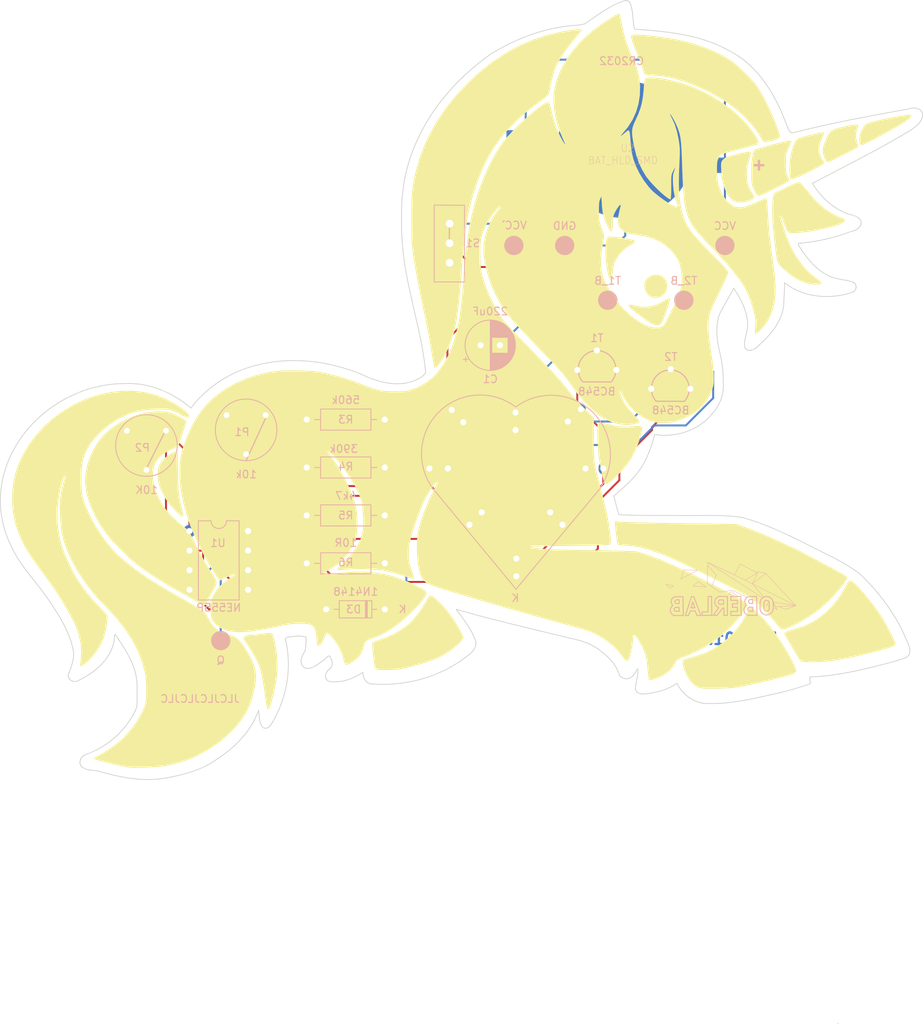
<source format=kicad_pcb>
(kicad_pcb (version 20240108) (generator "pcbnew") (generator_version "8.0")
  (layers (0 "F.Cu" signal) (31 "B.Cu" signal) (34 "B.Paste" user) (35 "F.Paste" user) (36 "B.SilkS" user "B.Silkscreen") (37 "F.SilkS" user "F.Silkscreen") (38 "B.Mask" user) (39 "F.Mask" user) (44 "Edge.Cuts" user))
  (net 0 "")
  (net 1 "Net-(D3-K)")
  (net 2 "Net-(D3-A)")
  (net 3 "Net-(S1-E)")
  (net 6 "Net-(Q1-C)")
  (net 7 "Net-(Q1-B)")
  (net 8 "Net-(Q2-C)")
  (net 9 "unconnected-(U1-Q-Pad3)")
  (net 11 "Net-(S1-A-Pad1)")
  (net 12 "Net-(Q1-E)")
  (net 13 "Net-(Q2-E)")
  (footprint "!Goody:ob-logo_B.SilkS" (layer "F.Cu") (at 121.93 110.156)
    (property "Reference" "G***" (hide yes))
    (property "Value" "LOGO" (hide yes))
  )
  (footprint "!Goody:MP_rund" (layer "F.Cu") (at 110.5 55.292)
    (property "Reference" "T2_B")
    (property "Value" "MP_rund" (hide yes))
  )
  (footprint "!Goody:MP_rund" (layer "F.Cu") (at 95.006 48.18)
    (property "Reference" "GND")
    (property "Value" "MP_rund" (hide yes))
  )
  (footprint "!Goody:BAT-HLD-SMD-Blech" (layer "F.Cu") (at 102.88 35.734)
    (property "Reference" "U2")
    (property "Value" "BAT_HLD_SMD")
  )
  (footprint "!Goody:TO-92L_Wide" (layer "F.Cu") (at 106.256 66.79)
    (property "Reference" "T2")
    (property "Value" "BC548")
  )
  (footprint "!Goody:TO-92L_Wide" (layer "F.Cu") (at 96.646 64.35)
    (property "Reference" "T1")
    (property "Value" "BC548")
  )
  (footprint "!Goody:MP_rund" (layer "F.Cu") (at 100.594 55.292)
    (property "Reference" "T1_B")
    (property "Value" "MP_rund" (hide yes))
  )
  (footprint "!Goody:MP_rund" (layer "F.Cu") (at 50.302 99.488)
    (property "Reference" "Q")
    (property "Value" "MP_rund" (hide yes))
  )
  (footprint "!Goody:MP_rund" (layer "F.Cu") (at 115.834 48.18)
    (property "Reference" "VCC")
    (property "Value" "MP_rund")
  )
  (footprint "" (layer "F.Cu") (at 88.402 48.18)
    (property "Reference" "")
    (property "Value" "")
  )
  (footprint "LOGO" (layer "F.Cu") (at 83.32361 67.5894)
    (property "Reference" "G***" (hide yes))
    (property "Value" "LOGO" (hide yes))
  )
  (footprint "Capacitor_THT:CP_Radial_D6.3mm_P2.50mm" (layer "B.Cu") (at 84.084 61.134)
    (property "Reference" "C1")
    (property "Value" "220uF")
  )
  (footprint "!Goody:Mini-Poti" (layer "B.Cu") (at 53.604 67.672 180)
    (property "Reference" "P1")
    (property "Value" "10k")
  )
  (footprint "!Goody:LED-Herz 8" (layer "B.Cu") (at 88.626 81.736 180)
    (property "Reference" "U3" (hide yes))
    (property "Value" "LED-Herz 8" (hide yes))
  )
  (footprint "Diode_THT:D_DO-35_SOD27_P7.62mm_Horizontal" (layer "B.Cu") (at 71.638 95.424 180)
    (property "Reference" "D3")
    (property "Value" "1N4148")
  )
  (footprint "Resistor_THT:R_Axial_DIN0207_L6.3mm_D2.5mm_P10.16mm_Horizontal" (layer "B.Cu") (at 71.638 77.008 180)
    (property "Reference" "R4")
    (property "Value" "390k")
  )
  (footprint "Resistor_THT:R_Axial_DIN0207_L6.3mm_D2.5mm_P10.16mm_Horizontal" (layer "B.Cu") (at 71.638 83.23 180)
    (property "Reference" "R5")
    (property "Value" "4k7")
  )
  (footprint "Resistor_THT:R_Axial_DIN0207_L6.3mm_D2.5mm_P10.16mm_Horizontal" (layer "B.Cu") (at 71.638 89.452 180)
    (property "Reference" "R6")
    (property "Value" "10R")
  )
  (footprint "Package_DIP:DIP-8_W7.62mm" (layer "B.Cu") (at 53.858 85.264 180)
    (property "Reference" "U1")
    (property "Value" "NE555P")
  )
  (footprint "Resistor_THT:R_Axial_DIN0207_L6.3mm_D2.5mm_P10.16mm_Horizontal" (layer "B.Cu") (at 71.638 70.786 180)
    (property "Reference" "R3")
    (property "Value" "560k")
  )
  (footprint "!Goody:Mini-Poti" (layer "B.Cu") (at 40.65 69.704 180)
    (property "Reference" "P2")
    (property "Value" "10K")
  )
  (footprint "!Goody:Micro_SchalterKHF" (layer "B.Cu") (at 80.0581 45.3479 -90)
    (property "Reference" "S1")
    (property "Value" "Micro_Schalter-")
  )
  (gr_arc (start 106.886 68.4) (mid 108.753457 64.337594) (end 110.562893 68.426173) (stroke (width 0.15)) (layer "B.SilkS"))
  (gr_line (start 80.02 45.386) (end 80.02 47.926) (stroke (width 0.15)) (layer "B.SilkS"))
  (gr_line (start 106.886 68.4) (end 110.556 68.42) (stroke (width 0.15)) (layer "B.SilkS"))
  (gr_arc (start 97.366 65.89) (mid 99.233457 61.827594) (end 101.042893 65.916173) (stroke (width 0.15)) (layer "B.SilkS"))
  (gr_line (start 40.65 77.136) (end 43.19 72.056) (stroke (width 0.15)) (layer "B.SilkS"))
  (gr_line (start 53.604 76.122) (end 56.398 70.024) (stroke (width 0.15)) (layer "B.SilkS"))
  (gr_line (start 97.366 65.89) (end 101.036 65.91) (stroke (width 0.15)) (layer "B.SilkS"))
  (gr_line (start 28.61386 95.2132) (end 29.09387 95.971) (stroke (width 0.1)) (layer "Edge.Cuts"))
  (gr_line (start 44.07081 117.1594) (end 44.94131 116.9664) (stroke (width 0.1)) (layer "Edge.Cuts"))
  (gr_line (start 73.86351 42.2018) (end 73.82921 42.7954) (stroke (width 0.1)) (layer "Edge.Cuts"))
  (gr_line (start 75.79061 65.5974) (end 75.50521 65.7143) (stroke (width 0.1)) (layer "Edge.Cuts"))
  (gr_line (start 32.35361 104.3856) (end 32.72601 104.1786) (stroke (width 0.1)) (layer "Edge.Cuts"))
  (gr_line (start 126.10661 54.3579) (end 126.65061 54.5156) (stroke (width 0.1)) (layer "Edge.Cuts"))
  (gr_line (start 88.66991 21.5841) (end 87.55341 22.1146) (stroke (width 0.1)) (layer "Edge.Cuts"))
  (gr_line (start 114.18061 21.8573) (end 113.62631 21.6546) (stroke (width 0.1)) (layer "Edge.Cuts"))
  (gr_line (start 74.87681 36.9659) (end 74.70171 37.5335) (stroke (width 0.1)) (layer "Edge.Cuts"))
  (gr_line (start 26.98351 70.2469) (end 26.52022 70.6656) (stroke (width 0.1)) (layer "Edge.Cuts"))
  (gr_line (start 125.52961 48.3411) (end 125.43161 48.1753) (stroke (width 0.1)) (layer "Edge.Cuts"))
  (gr_line (start 115.21471 56.9313) (end 115.35981 56.6329) (stroke (width 0.1)) (layer "Edge.Cuts"))
  (gr_line (start 104.47181 103.1486) (end 104.49361 103.1386) (stroke (width 0.1)) (layer "Edge.Cuts"))
  (gr_line (start 61.00241 98.9419) (end 61.19501 98.9818) (stroke (width 0.1)) (layer "Edge.Cuts"))
  (gr_line (start 60.77751 101.9243) (end 60.75921 102.0683) (stroke (width 0.1)) (layer "Edge.Cuts"))
  (gr_line (start 113.06611 21.4688) (end 112.50061 21.2989) (stroke (width 0.1)) (layer "Edge.Cuts"))
  (gr_line (start 105.73741 83.233) (end 103.89781 83.2087) (stroke (width 0.1)) (layer "Edge.Cuts"))
  (gr_line (start 35.34781 66.3037) (end 34.73421 66.4132) (stroke (width 0.1)) (layer "Edge.Cuts"))
  (gr_line (start 115.53561 67.4192) (end 115.58421 67.1409) (stroke (width 0.1)) (layer "Edge.Cuts"))
  (gr_line (start 126.86961 104.3097) (end 126.90861 104.2337) (stroke (width 0.1)) (layer "Edge.Cuts"))
  (gr_line (start 64.15831 101.5926) (end 64.29781 101.5015) (stroke (width 0.1)) (layer "Edge.Cuts"))
  (gr_line (start 54.57321 109.9994) (end 54.81481 109.5284) (stroke (width 0.1)) (layer "Edge.Cuts"))
  (gr_line (start 65.62871 104.8209) (end 65.91001 104.7861) (stroke (width 0.1)) (layer "Edge.Cuts"))
  (gr_line (start 115.09311 57.2365) (end 115.21471 56.9313) (stroke (width 0.1)) (layer "Edge.Cuts"))
  (gr_line (start 73.81071 43.39) (end 73.80791 43.9851) (stroke (width 0.1)) (layer "Edge.Cuts"))
  (gr_line (start 127.76761 54.7281) (end 128.33461 54.7841) (stroke (width 0.1)) (layer "Edge.Cuts"))
  (gr_line (start 131.67061 52.717) (end 130.85061 52.5699) (stroke (width 0.1)) (layer "Edge.Cuts"))
  (gr_line (start 62.54121 63.2962) (end 61.65171 63.2003) (stroke (width 0.1)) (layer "Edge.Cuts"))
  (gr_line (start 113.37091 70.8707) (end 113.74091 70.5156) (stroke (width 0.1)) (layer "Edge.Cuts"))
  (gr_line (start 59.86651 63.1193) (end 58.97371 63.1361) (stroke (width 0.1)) (layer "Edge.Cuts"))
  (gr_line (start 138.51161 97.4495) (end 138.21561 96.9165) (stroke (width 0.1)) (layer "Edge.Cuts"))
  (gr_line (start 23.16622 75.1272) (end 22.8981 75.691) (stroke (width 0.1)) (layer "Edge.Cuts"))
  (gr_line (start 22.26339 85.2439) (end 22.47818 85.8643) (stroke (width 0.1)) (layer "Edge.Cuts"))
  (gr_line (start 105.98311 74.9903) (end 106.25361 74.2469) (stroke (width 0.1)) (layer "Edge.Cuts"))
  (gr_line (start 70.14241 105.1232) (end 70.88001 105.1603) (stroke (width 0.1)) (layer "Edge.Cuts"))
  (gr_line (start 36.44871 99.5452) (end 36.46801 99.3903) (stroke (width 0.1)) (layer "Edge.Cuts"))
  (gr_line (start 25.23 72.02) (end 24.83566 72.5026) (stroke (width 0.1)) (layer "Edge.Cuts"))
  (gr_line (start 39.42911 105.1675) (end 39.44151 106.6381) (stroke (width 0.1)) (layer "Edge.Cuts"))
  (gr_line (start 122.94261 57.7815) (end 123.11461 57.3834) (stroke (width 0.1)) (layer "Edge.Cuts"))
  (gr_line (start 73.81821 46.4628) (end 73.88711 47.6991) (stroke (width 0.1)) (layer "Edge.Cuts"))
  (gr_line (start 105.08771 76.8195) (end 105.29871 76.4633) (stroke (width 0.1)) (layer "Edge.Cuts"))
  (gr_line (start 35.57951 101.6134) (end 35.80321 101.2523) (stroke (width 0.1)) (layer "Edge.Cuts"))
  (gr_line (start 22.22911 77.4769) (end 22.0559 78.1101) (stroke (width 0.1)) (layer "Edge.Cuts"))
  (gr_line (start 138.79461 97.9896) (end 138.51161 97.4495) (stroke (width 0.1)) (layer "Edge.Cuts"))
  (gr_line (start 96.86881 19.5448) (end 96.10171 19.6188) (stroke (width 0.1)) (layer "Edge.Cuts"))
  (gr_line (start 45.97701 68.9212) (end 45.50931 68.5689) (stroke (width 0.1)) (layer "Edge.Cuts"))
  (gr_line (start 34.14001 116.3884) (end 34.44331 116.4454) (stroke (width 0.1)) (layer "Edge.Cuts"))
  (gr_line (start 47.63711 67.8862) (end 47.21321 68.338) (stroke (width 0.1)) (layer "Edge.Cuts"))
  (gr_line (start 37.13901 111.4964) (end 36.72261 111.8994) (stroke (width 0.1)) (layer "Edge.Cuts"))
  (gr_line (start 21.734224 82.6764) (end 21.817311 83.3278) (stroke (width 0.1)) (layer "Edge.Cuts"))
  (gr_line (start 74.54221 38.1055) (end 74.39831 38.6816) (stroke (width 0.1)) (layer "Edge.Cuts"))
  (gr_line (start 102.78881 104.4193) (end 102.93051 104.4382) (stroke (width 0.1)) (layer "Edge.Cuts"))
  (gr_line (start 55.49921 110.3054) (end 55.62931 110.5614) (stroke (width 0.1)) (layer "Edge.Cuts"))
  (gr_line (start 33.45211 103.7171) (end 33.80161 103.4628) (stroke (width 0.1)) (layer "Edge.Cuts"))
  (gr_line (start 58.71971 99.3912) (end 58.70901 99.3014) (stroke (width 0.1)) (layer "Edge.Cuts"))
  (gr_line (start 37.10301 99.4424) (end 37.59421 100.1929) (stroke (width 0.1)) (layer "Edge.Cuts"))
  (gr_line (start 37.53431 111.0724) (end 37.13901 111.4964) (stroke (width 0.1)) (layer "Edge.Cuts"))
  (gr_line (start 70.88311 65.7944) (end 70.09501 65.5434) (stroke (width 0.1)) (layer "Edge.Cuts"))
  (gr_line (start 63.00851 102.5083) (end 63.55241 102.125) (stroke (width 0.1)) (layer "Edge.Cuts"))
  (gr_line (start 118.59711 57.0762) (end 118.67001 57.4039) (stroke (width 0.1)) (layer "Edge.Cuts"))
  (gr_line (start 116.97401 53.7574) (end 117.34751 54.3124) (stroke (width 0.1)) (layer "Edge.Cuts"))
  (gr_line (start 82.36421 97.4512) (end 82.08591 97.0392) (stroke (width 0.1)) (layer "Edge.Cuts"))
  (gr_line (start 73.80791 43.9851) (end 73.79151 45.2245) (stroke (width 0.1)) (layer "Edge.Cuts"))
  (gr_line (start 42.96821 67.1063) (end 42.42591 66.8822) (stroke (width 0.1)) (layer "Edge.Cuts"))
  (gr_line (start 123.50261 55.2414) (end 123.56561 54.1357) (stroke (width 0.1)) (layer "Edge.Cuts"))
  (gr_line (start 109.61421 20.6613) (end 108.44271 20.4897) (stroke (width 0.1)) (layer "Edge.Cuts"))
  (gr_line (start 36.60371 98.7103) (end 37.10301 99.4424) (stroke (width 0.1)) (layer "Edge.Cuts"))
  (gr_line (start 140.91761 30.4225) (end 140.78261 30.3798) (stroke (width 0.1)) (layer "Edge.Cuts"))
  (gr_line (start 104.21671 105.4992) (end 104.20451 105.8199) (stroke (width 0.1)) (layer "Edge.Cuts"))
  (gr_line (start 139.50661 99.54) (end 139.34561 99.203) (stroke (width 0.1)) (layer "Edge.Cuts"))
  (gr_line (start 104.41531 103.2216) (end 104.47181 103.1486) (stroke (width 0.1)) (layer "Edge.Cuts"))
  (gr_line (start 63.92361 104.1296) (end 63.93451 104.2464) (stroke (width 0.1)) (layer "Edge.Cuts"))
  (gr_line (start 58.75311 99.1658) (end 58.80291 99.1169) (stroke (width 0.1)) (layer "Edge.Cuts"))
  (gr_line (start 76.87161 63.9829) (end 76.94081 64.6714) (stroke (width 0.1)) (layer "Edge.Cuts"))
  (gr_line (start 140.83061 32.5338) (end 141.06361 32.2951) (stroke (width 0.1)) (layer "Edge.Cuts"))
  (gr_line (start 41.31461 66.5121) (end 40.74751 66.3686) (stroke (width 0.1)) (layer "Edge.Cuts"))
  (gr_line (start 62.71691 102.7062) (end 63.00851 102.5083) (stroke (width 0.1)) (layer "Edge.Cuts"))
  (gr_line (start 34.87011 113.2864) (end 34.36621 113.5724) (stroke (width 0.1)) (layer "Edge.Cuts"))
  (gr_line (start 103.59961 16.96085) (end 103.51851 16.74881) (stroke (width 0.1)) (layer "Edge.Cuts"))
  (gr_line (start 37.20911 66.1243) (end 36.58601 66.1588) (stroke (width 0.1)) (layer "Edge.Cuts"))
  (gr_line (start 101.39591 80.6988) (end 102.03021 80.169) (stroke (width 0.1)) (layer "Edge.Cuts"))
  (gr_line (start 63.94721 103.8895) (end 63.92361 104.1296) (stroke (width 0.1)) (layer "Edge.Cuts"))
  (gr_line (start 39.14161 103.4094) (end 39.25331 103.8387) (stroke (width 0.1)) (layer "Edge.Cuts"))
  (gr_line (start 24.72666 89.9734) (end 25.40454 90.8744) (stroke (width 0.1)) (layer "Edge.Cuts"))
  (gr_line (start 93.35191 20.0298) (end 92.75001 20.1694) (stroke (width 0.1)) (layer "Edge.Cuts"))
  (gr_line (start 83.38401 100.2919) (end 83.44331 100.0906) (stroke (width 0.1)) (layer "Edge.Cuts"))
  (gr_line (start 64.35611 104.7632) (end 64.49161 104.7984) (stroke (width 0.1)) (layer "Edge.Cuts"))
  (gr_line (start 115.02101 61.4384) (end 114.91041 60.8025) (stroke (width 0.1)) (layer "Edge.Cuts"))
  (gr_line (start 32.63481 116.1154) (end 32.92081 116.2124) (stroke (width 0.1)) (layer "Edge.Cuts"))
  (gr_line (start 31.36961 104.7966) (end 31.49911 104.7879) (stroke (width 0.1)) (layer "Edge.Cuts"))
  (gr_line (start 30.88751 102.8342) (end 30.75693 103.1975) (stroke (width 0.1)) (layer "Edge.Cuts"))
  (gr_line (start 56.31091 63.4282) (end 55.43321 63.6094) (stroke (width 0.1)) (layer "Edge.Cuts"))
  (gr_line (start 115.26951 22.3164) (end 114.72861 22.0776) (stroke (width 0.1)) (layer "Edge.Cuts"))
  (gr_line (start 97.31491 99.5837) (end 97.85201 99.7759) (stroke (width 0.1)) (layer "Edge.Cuts"))
  (gr_line (start 140.57761 32.7553) (end 140.83061 32.5338) (stroke (width 0.1)) (layer "Edge.Cuts"))
  (gr_line (start 132.07361 52.8101) (end 131.67061 52.717) (stroke (width 0.1)) (layer "Edge.Cuts"))
  (gr_line (start 49.02341 66.6368) (end 48.54331 67.0349) (stroke (width 0.1)) (layer "Edge.Cuts"))
  (gr_line (start 133.04761 46.0376) (end 133.27361 45.8438) (stroke (width 0.1)) (layer "Edge.Cuts"))
  (gr_line (start 106.70251 72.73) (end 107.20911 72.7927) (stroke (width 0.1)) (layer "Edge.Cuts"))
  (gr_line (start 38.67641 102.1597) (end 38.85101 102.5701) (stroke (width 0.1)) (layer "Edge.Cuts"))
  (gr_line (start 114.78771 69.2403) (end 115.06891 68.7483) (stroke (width 0.1)) (layer "Edge.Cuts"))
  (gr_line (start 128.43061 41.7563) (end 127.98761 41.2358) (stroke (width 0.1)) (layer "Edge.Cuts"))
  (gr_line (start 39.39921 104.7176) (end 39.42911 105.1675) (stroke (width 0.1)) (layer "Edge.Cuts"))
  (gr_line (start 80.97101 95.4333) (end 81.02691 95.4391) (stroke (width 0.1)) (layer "Edge.Cuts"))
  (gr_line (start 131.21561 103.7375) (end 132.60761 103.4716) (stroke (width 0.1)) (layer "Edge.Cuts"))
  (gr_line (start 125.97261 86.7172) (end 124.06361 85.8) (stroke (width 0.1)) (layer "Edge.Cuts"))
  (gr_line (start 74.27011 39.2614) (end 74.15741 39.8444) (stroke (width 0.1)) (layer "Edge.Cuts"))
  (gr_line (start 116.19601 107.5527) (end 117.37251 107.4039) (stroke (width 0.1)) (layer "Edge.Cuts"))
  (gr_line (start 33.09281 103.9558) (end 33.45211 103.7171) (stroke (width 0.1)) (layer "Edge.Cuts"))
  (gr_line (start 76.01091 104.5821) (end 76.72391 104.3823) (stroke (width 0.1)) (layer "Edge.Cuts"))
  (gr_line (start 30.97661 100.0621) (end 31.08161 100.4998) (stroke (width 0.1)) (layer "Edge.Cuts"))
  (gr_line (start 59.80771 98.9321) (end 60.20441 98.902) (stroke (width 0.1)) (layer "Edge.Cuts"))
  (gr_line (start 111.05401 106.7851) (end 111.32341 106.9745) (stroke (width 0.1)) (layer "Edge.Cuts"))
  (gr_line (start 60.20441 98.902) (end 60.60621 98.9012) (stroke (width 0.1)) (layer "Edge.Cuts"))
  (gr_line (start 21.725958 80.0516) (end 21.679709 80.7073) (stroke (width 0.1)) (layer "Edge.Cuts"))
  (gr_line (start 61.62521 103.0955) (end 61.78601 103.0884) (stroke (width 0.1)) (layer "Edge.Cuts"))
  (gr_line (start 133.49761 45.4949) (end 133.53161 45.3663) (stroke (width 0.1)) (layer "Edge.Cuts"))
  (gr_line (start 102.28621 104.159) (end 102.39781 104.2524) (stroke (width 0.1)) (layer "Edge.Cuts"))
  (gr_line (start 103.25721 79.0514) (end 103.83241 78.4549) (stroke (width 0.1)) (layer "Edge.Cuts"))
  (gr_line (start 32.04091 115.5314) (end 32.08861 115.6534) (stroke (width 0.1)) (layer "Edge.Cuts"))
  (gr_line (start 64.02711 103.6549) (end 63.94721 103.8895) (stroke (width 0.1)) (layer "Edge.Cuts"))
  (gr_line (start 123.49561 55.6897) (end 123.50261 55.2414) (stroke (width 0.1)) (layer "Edge.Cuts"))
  (gr_line (start 125.97761 105.405) (end 126.89561 105.1031) (stroke (width 0.1)) (layer "Edge.Cuts"))
  (gr_line (start 69.69581 105.0839) (end 69.83711 105.1164) (stroke (width 0.1)) (layer "Edge.Cuts"))
  (gr_line (start 115.39181 63.13) (end 115.28341 62.5627) (stroke (width 0.1)) (layer "Edge.Cuts"))
  (gr_line (start 74.83101 53.8135) (end 75.12171 55.1648) (stroke (width 0.1)) (layer "Edge.Cuts"))
  (gr_line (start 125.57361 54.165) (end 126.10661 54.3579) (stroke (width 0.1)) (layer "Edge.Cuts"))
  (gr_line (start 29.09387 95.971) (end 29.55545 96.7485) (stroke (width 0.1)) (layer "Edge.Cuts"))
  (gr_line (start 102.93301 16.35307) (end 102.93301 16.35307) (stroke (width 0.1)) (layer "Edge.Cuts"))
  (gr_line (start 64.77681 104.8297) (end 65.06171 104.8434) (stroke (width 0.1)) (layer "Edge.Cuts"))
  (gr_line (start 132.67961 53.0673) (end 132.58361 52.9932) (stroke (width 0.1)) (layer "Edge.Cuts"))
  (gr_line (start 100.88661 101.8801) (end 101.19981 102.2418) (stroke (width 0.1)) (layer "Edge.Cuts"))
  (gr_line (start 114.45861 69.7028) (end 114.78771 69.2403) (stroke (width 0.1)) (layer "Edge.Cuts"))
  (gr_line (start 31.17811 67.5575) (end 30.61338 67.825) (stroke (width 0.1)) (layer "Edge.Cuts"))
  (gr_line (start 67.27801 104.4072) (end 67.79951 104.1738) (stroke (width 0.1)) (layer "Edge.Cuts"))
  (gr_line (start 69.12221 104.6883) (end 69.21761 104.7937) (stroke (width 0.1)) (layer "Edge.Cuts"))
  (gr_line (start 106.47461 20.2734) (end 105.67471 20.211) (stroke (width 0.1)) (layer "Edge.Cuts"))
  (gr_line (start 57.29311 109.6114) (end 57.59301 109.0324) (stroke (width 0.1)) (layer "Edge.Cuts"))
  (gr_line (start 49.45191 115.1354) (end 49.82031 114.8804) (stroke (width 0.1)) (layer "Edge.Cuts"))
  (gr_line (start 128.90461 54.8074) (end 129.47561 54.7989) (stroke (width 0.1)) (layer "Edge.Cuts"))
  (gr_line (start 131.53961 89.597) (end 130.63261 89.0819) (stroke (width 0.1)) (layer "Edge.Cuts"))
  (gr_line (start 64.57211 101.6673) (end 64.60931 101.7971) (stroke (width 0.1)) (layer "Edge.Cuts"))
  (gr_line (start 122.21261 28.8776) (end 121.82061 28.2016) (stroke (width 0.1)) (layer "Edge.Cuts"))
  (gr_line (start 141.16261 30.5494) (end 141.04461 30.4789) (stroke (width 0.1)) (layer "Edge.Cuts"))
  (gr_line (start 59.43871 98.9824) (end 59.63761 98.9641) (stroke (width 0.1)) (layer "Edge.Cuts"))
  (gr_line (start 110.32861 106.1108) (end 110.55561 106.3518) (stroke (width 0.1)) (layer "Edge.Cuts"))
  (gr_line (start 61.46351 103.0798) (end 61.62521 103.0955) (stroke (width 0.1)) (layer "Edge.Cuts"))
  (gr_line (start 132.81561 53.2486) (end 132.75661 53.1532) (stroke (width 0.1)) (layer "Edge.Cuts"))
  (gr_line (start 52.68751 112.5374) (end 53.04721 112.1484) (stroke (width 0.1)) (layer "Edge.Cuts"))
  (gr_line (start 103.21741 104.4225) (end 103.35811 104.3886) (stroke (width 0.1)) (layer "Edge.Cuts"))
  (gr_line (start 80.94301 95.4461) (end 80.97101 95.4333) (stroke (width 0.1)) (layer "Edge.Cuts"))
  (gr_line (start 104.46011 106.2057) (end 104.57341 106.2854) (stroke (width 0.1)) (layer "Edge.Cuts"))
  (gr_line (start 36.28631 112.2804) (end 35.83141 112.6394) (stroke (width 0.1)) (layer "Edge.Cuts"))
  (gr_line (start 101.73041 103.0333) (end 101.93931 103.4625) (stroke (width 0.1)) (layer "Edge.Cuts"))
  (gr_line (start 103.94461 103.9706) (end 104.02281 103.8394) (stroke (width 0.1)) (layer "Edge.Cuts"))
  (gr_line (start 126.55861 47.7819) (end 127.38761 47.6621) (stroke (width 0.1)) (layer "Edge.Cuts"))
  (gr_line (start 54.02241 110.8994) (end 54.30861 110.4564) (stroke (width 0.1)) (layer "Edge.Cuts"))
  (gr_line (start 115.58421 67.1409) (end 115.61671 66.8598) (stroke (width 0.1)) (layer "Edge.Cuts"))
  (gr_line (start 34.73421 66.4132) (end 34.12531 66.5467) (stroke (width 0.1)) (layer "Edge.Cuts"))
  (gr_line (start 125.42961 47.8857) (end 125.49661 47.8642) (stroke (width 0.1)) (layer "Edge.Cuts"))
  (gr_line (start 52.21591 64.6787) (end 51.65201 64.9503) (stroke (width 0.1)) (layer "Edge.Cuts"))
  (gr_line (start 114.99361 57.5479) (end 115.09311 57.2365) (stroke (width 0.1)) (layer "Edge.Cuts"))
  (gr_line (start 127.83561 87.6613) (end 126.89961 87.1957) (stroke (width 0.1)) (layer "Edge.Cuts"))
  (gr_line (start 91.55941 20.4979) (end 90.97121 20.6857) (stroke (width 0.1)) (layer "Edge.Cuts"))
  (gr_line (start 61.13811 102.9703) (end 61.30101 103.0388) (stroke (width 0.1)) (layer "Edge.Cuts"))
  (gr_line (start 32.52311 114.3874) (end 32.41181 114.4674) (stroke (width 0.1)) (layer "Edge.Cuts"))
  (gr_line (start 68.78901 103.8922) (end 68.85131 104.1792) (stroke (width 0.1)) (layer "Edge.Cuts"))
  (gr_line (start 134.15761 91.5955) (end 133.28061 90.7502) (stroke (width 0.1)) (layer "Edge.Cuts"))
  (gr_line (start 26.8022 92.6502) (end 27.48351 93.5502) (stroke (width 0.1)) (layer "Edge.Cuts"))
  (gr_line (start 121.40261 27.5428) (end 120.95761 26.904) (stroke (width 0.1)) (layer "Edge.Cuts"))
  (gr_line (start 118.69531 61.7163) (end 118.80781 61.767) (stroke (width 0.1)) (layer "Edge.Cuts"))
  (gr_line (start 115.61891 65.4261) (end 115.59781 64.8487) (stroke (width 0.1)) (layer "Edge.Cuts"))
  (gr_line (start 120.16051 84.15) (end 119.15941 83.808) (stroke (width 0.1)) (layer "Edge.Cuts"))
  (gr_line (start 69.32321 104.8874) (end 69.43841 104.9679) (stroke (width 0.1)) (layer "Edge.Cuts"))
  (gr_line (start 30.88031 104.6708) (end 30.99371 104.7253) (stroke (width 0.1)) (layer "Edge.Cuts"))
  (gr_line (start 28.46234 69.096) (end 27.95532 69.4616) (stroke (width 0.1)) (layer "Edge.Cuts"))
  (gr_line (start 105.67471 20.211) (end 104.87831 20.153) (stroke (width 0.1)) (layer "Edge.Cuts"))
  (gr_line (start 103.89781 83.2087) (end 102.06771 83.1441) (stroke (width 0.1)) (layer "Edge.Cuts"))
  (gr_line (start 51.52321 113.6224) (end 51.92431 113.2744) (stroke (width 0.1)) (layer "Edge.Cuts"))
  (gr_line (start 132.60761 103.4716) (end 133.99261 103.1675) (stroke (width 0.1)) (layer "Edge.Cuts"))
  (gr_line (start 82.88071 98.2991) (end 82.63091 97.8708) (stroke (width 0.1)) (layer "Edge.Cuts"))
  (gr_line (start 119.71051 106.9757) (end 120.87361 106.7224) (stroke (width 0.1)) (layer "Edge.Cuts"))
  (gr_line (start 113.82481 107.6544) (end 114.42001 107.6574) (stroke (width 0.1)) (layer "Edge.Cuts"))
  (gr_line (start 140.49661 30.3327) (end 140.20161 30.3331) (stroke (width 0.1)) (layer "Edge.Cuts"))
  (gr_line (start 51.11101 113.9574) (end 51.52321 113.6224) (stroke (width 0.1)) (layer "Edge.Cuts"))
  (gr_line (start 72.35821 105.1437) (end 73.09621 105.0904) (stroke (width 0.1)) (layer "Edge.Cuts"))
  (gr_line (start 103.49401 104.3378) (end 103.62281 104.2702) (stroke (width 0.1)) (layer "Edge.Cuts"))
  (gr_line (start 101.48251 102.6263) (end 101.73041 103.0333) (stroke (width 0.1)) (layer "Edge.Cuts"))
  (gr_line (start 61.30101 103.0388) (end 61.46351 103.0798) (stroke (width 0.1)) (layer "Edge.Cuts"))
  (gr_line (start 139.85161 100.574) (end 139.82161 100.3988) (stroke (width 0.1)) (layer "Edge.Cuts"))
  (gr_line (start 132.23561 46.3618) (end 132.50761 46.303) (stroke (width 0.1)) (layer "Edge.Cuts"))
  (gr_line (start 44.94131 116.9664) (end 45.80411 116.7414) (stroke (width 0.1)) (layer "Edge.Cuts"))
  (gr_line (start 103.35811 104.3886) (end 103.49401 104.3378) (stroke (width 0.1)) (layer "Edge.Cuts"))
  (gr_line (start 139.65761 99.8805) (end 139.50661 99.54) (stroke (width 0.1)) (layer "Edge.Cuts"))
  (gr_line (start 111.32341 106.9745) (end 111.60481 107.1441) (stroke (width 0.1)) (layer "Edge.Cuts"))
  (gr_line (start 131.72561 54.4575) (end 132.26861 54.2986) (stroke (width 0.1)) (layer "Edge.Cuts"))
  (gr_line (start 118.89041 24.6053) (end 118.29831 24.1088) (stroke (width 0.1)) (layer "Edge.Cuts"))
  (gr_line (start 69.83711 105.1164) (end 69.98611 105.13) (stroke (width 0.1)) (layer "Edge.Cuts"))
  (gr_line (start 119.15941 83.808) (end 118.14551 83.5053) (stroke (width 0.1)) (layer "Edge.Cuts"))
  (gr_line (start 78.04971 30.627) (end 77.52471 31.4135) (stroke (width 0.1)) (layer "Edge.Cuts"))
  (gr_line (start 100.16431 17.6702) (end 99.51731 18.0921) (stroke (width 0.1)) (layer "Edge.Cuts"))
  (gr_line (start 55.35391 109.7354) (end 55.41101 110.0274) (stroke (width 0.1)) (layer "Edge.Cuts"))
  (gr_line (start 107.61921 105.985) (end 108.03781 105.8425) (stroke (width 0.1)) (layer "Edge.Cuts"))
  (gr_line (start 60.60621 98.9012) (end 61.00241 98.9419) (stroke (width 0.1)) (layer "Edge.Cuts"))
  (gr_line (start 125.72361 47.8726) (end 126.55861 47.7819) (stroke (width 0.1)) (layer "Edge.Cuts"))
  (gr_line (start 121.15061 84.5256) (end 120.16051 84.15) (stroke (width 0.1)) (layer "Edge.Cuts"))
  (gr_line (start 65.18061 63.7928) (end 64.30701 63.5934) (stroke (width 0.1)) (layer "Edge.Cuts"))
  (gr_line (start 58.88411 100.1383) (end 58.75571 99.4977) (stroke (width 0.1)) (layer "Edge.Cuts"))
  (gr_line (start 131.44661 46.645) (end 132.23561 46.3618) (stroke (width 0.1)) (layer "Edge.Cuts"))
  (gr_line (start 130.44161 52.4908) (end 130.03961 52.3913) (stroke (width 0.1)) (layer "Edge.Cuts"))
  (gr_line (start 104.02281 103.8394) (end 104.10101 103.7647) (stroke (width 0.1)) (layer "Edge.Cuts"))
  (gr_line (start 39.33991 104.2747) (end 39.39921 104.7176) (stroke (width 0.1)) (layer "Edge.Cuts"))
  (gr_line (start 101.87831 82.5389) (end 101.70821 81.9281) (stroke (width 0.1)) (layer "Edge.Cuts"))
  (gr_line (start 104.20451 105.8199) (end 104.27401 105.9752) (stroke (width 0.1)) (layer "Edge.Cuts"))
  (gr_line (start 128.21261 47.5137) (end 129.03161 47.3372) (stroke (width 0.1)) (layer "Edge.Cuts"))
  (gr_line (start 53.39041 111.7454) (end 53.71591 111.3294) (stroke (width 0.1)) (layer "Edge.Cuts"))
  (gr_line (start 34.46341 102.9075) (end 34.77151 102.6067) (stroke (width 0.1)) (layer "Edge.Cuts"))
  (gr_line (start 30.48332 104.0584) (end 30.50431 104.1918) (stroke (width 0.1)) (layer "Edge.Cuts"))
  (gr_line (start 117.06201 83.3664) (end 115.97471 83.2832) (stroke (width 0.1)) (layer "Edge.Cuts"))
  (gr_line (start 55.41101 110.0274) (end 55.49921 110.3054) (stroke (width 0.1)) (layer "Edge.Cuts"))
  (gr_line (start 120.84961 60.5844) (end 121.45861 59.9487) (stroke (width 0.1)) (layer "Edge.Cuts"))
  (gr_line (start 106.76241 106.2035) (end 107.19341 106.1048) (stroke (width 0.1)) (layer "Edge.Cuts"))
  (gr_line (start 117.37251 107.4039) (end 118.54381 107.2073) (stroke (width 0.1)) (layer "Edge.Cuts"))
  (gr_line (start 44.53061 67.9205) (end 44.02151 67.6267) (stroke (width 0.1)) (layer "Edge.Cuts"))
  (gr_line (start 132.85661 53.3512) (end 132.81561 53.2486) (stroke (width 0.1)) (layer "Edge.Cuts"))
  (gr_line (start 114.88461 83.2428) (end 113.79251 83.2324) (stroke (width 0.1)) (layer "Edge.Cuts"))
  (gr_line (start 47.89361 115.9884) (end 48.29461 115.7984) (stroke (width 0.1)) (layer "Edge.Cuts"))
  (gr_line (start 140.07161 33.1533) (end 140.57761 32.7553) (stroke (width 0.1)) (layer "Edge.Cuts"))
  (gr_line (start 49.07441 115.3734) (end 49.45191 115.1354) (stroke (width 0.1)) (layer "Edge.Cuts"))
  (gr_line (start 124.16261 33.2338) (end 124.06261 33.0326) (stroke (width 0.1)) (layer "Edge.Cuts"))
  (gr_line (start 115.01361 107.6404) (end 115.60561 107.6054) (stroke (width 0.1)) (layer "Edge.Cuts"))
  (gr_line (start 126.99561 104.2046) (end 127.70361 104.1686) (stroke (width 0.1)) (layer "Edge.Cuts"))
  (gr_line (start 118.80781 61.767) (end 118.92701 61.7953) (stroke (width 0.1)) (layer "Edge.Cuts"))
  (gr_line (start 141.36161 30.7352) (end 141.26861 30.6347) (stroke (width 0.1)) (layer "Edge.Cuts"))
  (gr_line (start 73.99721 48.9322) (end 74.14761 50.1612) (stroke (width 0.1)) (layer "Edge.Cuts"))
  (gr_line (start 54.56281 63.8343) (end 53.96441 64.0077) (stroke (width 0.1)) (layer "Edge.Cuts"))
  (gr_line (start 116.61821 54.4064) (end 116.97401 53.7574) (stroke (width 0.1)) (layer "Edge.Cuts"))
  (gr_line (start 48.08081 67.4516) (end 47.63711 67.8862) (stroke (width 0.1)) (layer "Edge.Cuts"))
  (gr_line (start 21.683694 82.0213) (end 21.734224 82.6764) (stroke (width 0.1)) (layer "Edge.Cuts"))
  (gr_line (start 100.82531 17.27455) (end 100.16431 17.6702) (stroke (width 0.1)) (layer "Edge.Cuts"))
  (gr_line (start 61.94551 103.0611) (end 62.10371 103.0159) (stroke (width 0.1)) (layer "Edge.Cuts"))
  (gr_line (start 75.27371 35.8458) (end 75.06751 36.4032) (stroke (width 0.1)) (layer "Edge.Cuts"))
  (gr_line (start 102.18781 104.0462) (end 102.28621 104.159) (stroke (width 0.1)) (layer "Edge.Cuts"))
  (gr_line (start 118.54381 107.2073) (end 119.71051 106.9757) (stroke (width 0.1)) (layer "Edge.Cuts"))
  (gr_line (start 50.25821 114.5864) (end 50.68891 114.2784) (stroke (width 0.1)) (layer "Edge.Cuts"))
  (gr_line (start 33.80161 103.4628) (end 34.13951 103.1929) (stroke (width 0.1)) (layer "Edge.Cuts"))
  (gr_line (start 71.28271 65.8979) (end 70.88311 65.7944) (stroke (width 0.1)) (layer "Edge.Cuts"))
  (gr_line (start 118.92701 61.7953) (end 119.05111 61.8031) (stroke (width 0.1)) (layer "Edge.Cuts"))
  (gr_line (start 132.42461 90.1497) (end 131.53961 89.597) (stroke (width 0.1)) (layer "Edge.Cuts"))
  (gr_line (start 73.91341 41.6095) (end 73.86351 42.2018) (stroke (width 0.1)) (layer "Edge.Cuts"))
  (gr_line (start 118.73761 59.0758) (end 118.67071 59.4113) (stroke (width 0.1)) (layer "Edge.Cuts"))
  (gr_line (start 130.04561 54.7589) (end 130.61261 54.6883) (stroke (width 0.1)) (layer "Edge.Cuts"))
  (gr_line (start 133.39161 44.812) (end 133.28561 44.693) (stroke (width 0.1)) (layer "Edge.Cuts"))
  (gr_line (start 56.32621 110.8364) (end 56.43621 110.7864) (stroke (width 0.1)) (layer "Edge.Cuts"))
  (gr_line (start 77.52471 31.4135) (end 77.02921 32.2191) (stroke (width 0.1)) (layer "Edge.Cuts"))
  (gr_line (start 36.41431 99.6607) (end 36.44871 99.5452) (stroke (width 0.1)) (layer "Edge.Cuts"))
  (gr_line (start 141.06361 32.2951) (end 141.26561 32.0375) (stroke (width 0.1)) (layer "Edge.Cuts"))
  (gr_line (start 32.08981 114.8954) (end 32.04511 115.0204) (stroke (width 0.1)) (layer "Edge.Cuts"))
  (gr_line (start 45.50931 68.5689) (end 45.02691 68.2349) (stroke (width 0.1)) (layer "Edge.Cuts"))
  (gr_line (start 101.85191 16.75384) (end 101.50431 16.9159) (stroke (width 0.1)) (layer "Edge.Cuts"))
  (gr_line (start 133.47361 44.955) (end 133.39161 44.812) (stroke (width 0.1)) (layer "Edge.Cuts"))
  (gr_line (start 127.57761 40.6855) (end 127.19861 40.1089) (stroke (width 0.1)) (layer "Edge.Cuts"))
  (gr_line (start 133.44161 45.6179) (end 133.49761 45.4949) (stroke (width 0.1)) (layer "Edge.Cuts"))
  (gr_line (start 74.15741 39.8444) (end 74.06041 40.4304) (stroke (width 0.1)) (layer "Edge.Cuts"))
  (gr_line (start 76.13201 33.8868) (end 75.73281 34.7482) (stroke (width 0.1)) (layer "Edge.Cuts"))
  (gr_line (start 133.04461 44.5031) (end 132.91161 44.4283) (stroke (width 0.1)) (layer "Edge.Cuts"))
  (gr_line (start 97.61821 19.406) (end 97.24651 19.4871) (stroke (width 0.1)) (layer "Edge.Cuts"))
  (gr_line (start 77.42811 104.1539) (end 78.12211 103.897) (stroke (width 0.1)) (layer "Edge.Cuts"))
  (gr_line (start 109.74911 105.3072) (end 109.92431 105.5871) (stroke (width 0.1)) (layer "Edge.Cuts"))
  (gr_line (start 23.24746 87.5821) (end 23.50905 88.0825) (stroke (width 0.1)) (layer "Edge.Cuts"))
  (gr_line (start 56.72771 110.5354) (end 56.89401 110.3114) (stroke (width 0.1)) (layer "Edge.Cuts"))
  (gr_line (start 38.85101 102.5701) (end 39.00681 102.9866) (stroke (width 0.1)) (layer "Edge.Cuts"))
  (gr_line (start 86.62051 96.9638) (end 88.42481 97.4119) (stroke (width 0.1)) (layer "Edge.Cuts"))
  (gr_line (start 81.72801 101.942) (end 82.08351 101.6882) (stroke (width 0.1)) (layer "Edge.Cuts"))
  (gr_line (start 39.46301 117.4664) (end 39.99621 117.5044) (stroke (width 0.1)) (layer "Edge.Cuts"))
  (gr_line (start 103.85151 18.2883) (end 103.79951 17.8382) (stroke (width 0.1)) (layer "Edge.Cuts"))
  (gr_line (start 34.13951 103.1929) (end 34.46341 102.9075) (stroke (width 0.1)) (layer "Edge.Cuts"))
  (gr_line (start 103.07411 104.4392) (end 103.21741 104.4225) (stroke (width 0.1)) (layer "Edge.Cuts"))
  (gr_line (start 119.98251 25.6977) (end 119.45151 25.1358) (stroke (width 0.1)) (layer "Edge.Cuts"))
  (gr_line (start 130.83961 43.637) (end 130.53761 43.4712) (stroke (width 0.1)) (layer "Edge.Cuts"))
  (gr_line (start 64.60931 101.7971) (end 64.70811 101.9883) (stroke (width 0.1)) (layer "Edge.Cuts"))
  (gr_line (start 102.65361 79.6213) (end 103.25721 79.0514) (stroke (width 0.1)) (layer "Edge.Cuts"))
  (gr_line (start 61.25911 100.8472) (end 61.10591 101.0889) (stroke (width 0.1)) (layer "Edge.Cuts"))
  (gr_line (start 76.04251 59.2155) (end 76.32611 60.5703) (stroke (width 0.1)) (layer "Edge.Cuts"))
  (gr_line (start 94.94711 19.734) (end 94.56771 19.8023) (stroke (width 0.1)) (layer "Edge.Cuts"))
  (gr_line (start 61.19501 98.9818) (end 61.38221 99.0367) (stroke (width 0.1)) (layer "Edge.Cuts"))
  (gr_line (start 124.43361 33.5141) (end 124.35361 33.4653) (stroke (width 0.1)) (layer "Edge.Cuts"))
  (gr_line (start 132.50761 46.303) (end 132.78561 46.1928) (stroke (width 0.1)) (layer "Edge.Cuts"))
  (gr_line (start 126.54361 49.7735) (end 126.17761 49.298) (stroke (width 0.1)) (layer "Edge.Cuts"))
  (gr_line (start 121.45861 59.9487) (end 121.74861 59.6144) (stroke (width 0.1)) (layer "Edge.Cuts"))
  (gr_line (start 139.34561 99.203) (end 139.19161 98.8688) (stroke (width 0.1)) (layer "Edge.Cuts"))
  (gr_line (start 117.01801 23.2297) (end 116.32821 22.8527) (stroke (width 0.1)) (layer "Edge.Cuts"))
  (gr_line (start 121.74861 59.6144) (end 122.02361 59.2691) (stroke (width 0.1)) (layer "Edge.Cuts"))
  (gr_line (start 55.26301 108.8334) (end 55.29061 109.1314) (stroke (width 0.1)) (layer "Edge.Cuts"))
  (gr_line (start 132.80961 53.8917) (end 132.85061 53.7876) (stroke (width 0.1)) (layer "Edge.Cuts"))
  (gr_line (start 113.62631 21.6546) (end 113.06611 21.4688) (stroke (width 0.1)) (layer "Edge.Cuts"))
  (gr_line (start 129.47561 54.7989) (end 130.04561 54.7589) (stroke (width 0.1)) (layer "Edge.Cuts"))
  (gr_line (start 124.52161 33.5447) (end 124.43361 33.5141) (stroke (width 0.1)) (layer "Edge.Cuts"))
  (gr_line (start 104.10101 103.7647) (end 104.18381 103.6407) (stroke (width 0.1)) (layer "Edge.Cuts"))
  (gr_line (start 114.81381 58.5097) (end 114.85531 58.1854) (stroke (width 0.1)) (layer "Edge.Cuts"))
  (gr_line (start 64.52821 101.5745) (end 64.57211 101.6673) (stroke (width 0.1)) (layer "Edge.Cuts"))
  (gr_line (start 115.88581 55.6933) (end 116.25201 55.0499) (stroke (width 0.1)) (layer "Edge.Cuts"))
  (gr_line (start 30.77653 104.6018) (end 30.88031 104.6708) (stroke (width 0.1)) (layer "Edge.Cuts"))
  (gr_line (start 105.42991 106.4093) (end 105.74261 106.3706) (stroke (width 0.1)) (layer "Edge.Cuts"))
  (gr_line (start 33.31771 114.0664) (end 32.77551 114.2734) (stroke (width 0.1)) (layer "Edge.Cuts"))
  (gr_line (start 82.44051 101.4235) (end 82.77691 101.1395) (stroke (width 0.1)) (layer "Edge.Cuts"))
  (gr_line (start 118.01241 55.4932) (end 118.28591 56.1141) (stroke (width 0.1)) (layer "Edge.Cuts"))
  (gr_line (start 103.85041 104.0863) (end 103.94461 103.9706) (stroke (width 0.1)) (layer "Edge.Cuts"))
  (gr_line (start 47.21321 68.338) (end 46.81021 68.8064) (stroke (width 0.1)) (layer "Edge.Cuts"))
  (gr_line (start 83.47791 99.648) (end 83.30941 99.1865) (stroke (width 0.1)) (layer "Edge.Cuts"))
  (gr_line (start 60.76871 102.3502) (end 60.79971 102.4861) (stroke (width 0.1)) (layer "Edge.Cuts"))
  (gr_line (start 115.48191 63.7003) (end 115.39181 63.13) (stroke (width 0.1)) (layer "Edge.Cuts"))
  (gr_line (start 93.95791 19.9073) (end 93.35191 20.0298) (stroke (width 0.1)) (layer "Edge.Cuts"))
  (gr_line (start 82.63091 97.8708) (end 82.36421 97.4512) (stroke (width 0.1)) (layer "Edge.Cuts"))
  (gr_line (start 123.37061 56.5567) (end 123.45061 56.1282) (stroke (width 0.1)) (layer "Edge.Cuts"))
  (gr_line (start 127.98761 41.2358) (end 127.57761 40.6855) (stroke (width 0.1)) (layer "Edge.Cuts"))
  (gr_line (start 30.5464 104.3134) (end 30.60732 104.4226) (stroke (width 0.1)) (layer "Edge.Cuts"))
  (gr_line (start 29.98657 97.546) (end 30.37516 98.3639) (stroke (width 0.1)) (layer "Edge.Cuts"))
  (gr_line (start 58.69171 105.9666) (end 58.82901 105.3286) (stroke (width 0.1)) (layer "Edge.Cuts"))
  (gr_line (start 71.61911 105.1671) (end 72.35821 105.1437) (stroke (width 0.1)) (layer "Edge.Cuts"))
  (gr_line (start 30.85201 99.6296) (end 30.97661 100.0621) (stroke (width 0.1)) (layer "Edge.Cuts"))
  (gr_line (start 141.43961 30.8516) (end 141.36161 30.7352) (stroke (width 0.1)) (layer "Edge.Cuts"))
  (gr_line (start 32.04511 115.0204) (end 32.01691 115.1484) (stroke (width 0.1)) (layer "Edge.Cuts"))
  (gr_line (start 88.42481 97.4119) (end 92.03911 98.2862) (stroke (width 0.1)) (layer "Edge.Cuts"))
  (gr_line (start 22.72627 86.4727) (end 23.0078 87.0675) (stroke (width 0.1)) (layer "Edge.Cuts"))
  (gr_line (start 56.89401 110.3114) (end 57.04151 110.0684) (stroke (width 0.1)) (layer "Edge.Cuts"))
  (gr_line (start 105.67181 75.7177) (end 105.98311 74.9903) (stroke (width 0.1)) (layer "Edge.Cuts"))
  (gr_line (start 29.51478 68.4212) (end 28.98241 68.749) (stroke (width 0.1)) (layer "Edge.Cuts"))
  (gr_line (start 123.18961 106.2026) (end 124.12461 105.9564) (stroke (width 0.1)) (layer "Edge.Cuts"))
  (gr_line (start 132.78561 46.1928) (end 133.04761 46.0376) (stroke (width 0.1)) (layer "Edge.Cuts"))
  (gr_line (start 36.00061 100.8763) (end 36.16961 100.4857) (stroke (width 0.1)) (layer "Edge.Cuts"))
  (gr_line (start 66.18931 104.7367) (end 66.74021 104.5968) (stroke (width 0.1)) (layer "Edge.Cuts"))
  (gr_line (start 114.91041 60.8025) (end 114.82751 60.1522) (stroke (width 0.1)) (layer "Edge.Cuts"))
  (gr_line (start 73.82921 42.7954) (end 73.81071 43.39) (stroke (width 0.1)) (layer "Edge.Cuts"))
  (gr_line (start 45.02691 68.2349) (end 44.53061 67.9205) (stroke (width 0.1)) (layer "Edge.Cuts"))
  (gr_line (start 126.65061 54.5156) (end 127.20561 54.6388) (stroke (width 0.1)) (layer "Edge.Cuts"))
  (gr_line (start 75.06751 36.4032) (end 74.87681 36.9659) (stroke (width 0.1)) (layer "Edge.Cuts"))
  (gr_line (start 126.92761 50.2345) (end 126.54361 49.7735) (stroke (width 0.1)) (layer "Edge.Cuts"))
  (gr_line (start 117.34751 54.3124) (end 117.69661 54.8918) (stroke (width 0.1)) (layer "Edge.Cuts"))
  (gr_line (start 40.74751 66.3686) (end 40.17401 66.2544) (stroke (width 0.1)) (layer "Edge.Cuts"))
  (gr_line (start 130.61261 54.6883) (end 131.17261 54.5876) (stroke (width 0.1)) (layer "Edge.Cuts"))
  (gr_line (start 118.78031 58.4036) (end 118.77721 58.7413) (stroke (width 0.1)) (layer "Edge.Cuts"))
  (gr_line (start 32.36461 115.9704) (end 32.63481 116.1154) (stroke (width 0.1)) (layer "Edge.Cuts"))
  (gr_line (start 64.29781 101.5015) (end 64.36241 101.4824) (stroke (width 0.1)) (layer "Edge.Cuts"))
  (gr_line (start 114.85531 58.1854) (end 114.91481 57.8645) (stroke (width 0.1)) (layer "Edge.Cuts"))
  (gr_line (start 109.22661 105.2647) (end 109.59311 105.0171) (stroke (width 0.1)) (layer "Edge.Cuts"))
  (gr_line (start 70.88001 105.1603) (end 71.61911 105.1671) (stroke (width 0.1)) (layer "Edge.Cuts"))
  (gr_line (start 122.92261 30.2698) (end 122.57961 29.568) (stroke (width 0.1)) (layer "Edge.Cuts"))
  (gr_line (start 96.10171 19.6188) (end 95.33031 19.6855) (stroke (width 0.1)) (layer "Edge.Cuts"))
  (gr_line (start 23.79018 88.5703) (end 24.08842 89.047) (stroke (width 0.1)) (layer "Edge.Cuts"))
  (gr_line (start 22.47818 85.8643) (end 22.72627 86.4727) (stroke (width 0.1)) (layer "Edge.Cuts"))
  (gr_line (start 104.18381 103.6407) (end 104.34551 103.3444) (stroke (width 0.1)) (layer "Edge.Cuts"))
  (gr_line (start 104.38751 104.5429) (end 104.25851 105.1801) (stroke (width 0.1)) (layer "Edge.Cuts"))
  (gr_line (start 78.60291 29.86) (end 78.04971 30.627) (stroke (width 0.1)) (layer "Edge.Cuts"))
  (gr_line (start 25.40454 90.8744) (end 26.8022 92.6502) (stroke (width 0.1)) (layer "Edge.Cuts"))
  (gr_line (start 61.10591 101.0889) (end 60.96581 101.3548) (stroke (width 0.1)) (layer "Edge.Cuts"))
  (gr_line (start 139.77861 100.2249) (end 139.65761 99.8805) (stroke (width 0.1)) (layer "Edge.Cuts"))
  (gr_line (start 132.32961 44.2162) (end 131.71861 44.0467) (stroke (width 0.1)) (layer "Edge.Cuts"))
  (gr_line (start 50.68891 114.2784) (end 51.11101 113.9574) (stroke (width 0.1)) (layer "Edge.Cuts"))
  (gr_line (start 104.25851 105.1801) (end 104.21671 105.4992) (stroke (width 0.1)) (layer "Edge.Cuts"))
  (gr_line (start 141.50061 30.9845) (end 141.43961 30.8516) (stroke (width 0.1)) (layer "Edge.Cuts"))
  (gr_line (start 27.46213 69.8454) (end 26.98351 70.2469) (stroke (width 0.1)) (layer "Edge.Cuts"))
  (gr_line (start 102.56571 16.47107) (end 102.20551 16.60512) (stroke (width 0.1)) (layer "Edge.Cuts"))
  (gr_line (start 57.59301 109.0324) (end 57.86661 108.4404) (stroke (width 0.1)) (layer "Edge.Cuts"))
  (gr_line (start 106.25361 74.2469) (end 106.49091 73.492) (stroke (width 0.1)) (layer "Edge.Cuts"))
  (gr_line (start 36.49531 98.8816) (end 36.51441 98.7614) (stroke (width 0.1)) (layer "Edge.Cuts"))
  (gr_line (start 41.87441 66.6837) (end 41.31461 66.5121) (stroke (width 0.1)) (layer "Edge.Cuts"))
  (gr_line (start 115.61241 66.0052) (end 115.61891 65.4261) (stroke (width 0.1)) (layer "Edge.Cuts"))
  (gr_line (start 97.85201 99.7759) (end 98.37371 100.0022) (stroke (width 0.1)) (layer "Edge.Cuts"))
  (gr_line (start 64.14351 104.6404) (end 64.24031 104.7098) (stroke (width 0.1)) (layer "Edge.Cuts"))
  (gr_line (start 99.80651 100.9351) (end 100.18571 101.2264) (stroke (width 0.1)) (layer "Edge.Cuts"))
  (gr_line (start 28.98241 68.749) (end 28.46234 69.096) (stroke (width 0.1)) (layer "Edge.Cuts"))
  (gr_line (start 32.41181 114.4674) (end 32.31181 114.5594) (stroke (width 0.1)) (layer "Edge.Cuts"))
  (gr_line (start 30.48572 103.9136) (end 30.48332 104.0584) (stroke (width 0.1)) (layer "Edge.Cuts"))
  (gr_line (start 58.08261 63.1925) (end 57.19451 63.2896) (stroke (width 0.1)) (layer "Edge.Cuts"))
  (gr_line (start 40.53011 117.5254) (end 41.06421 117.5274) (stroke (width 0.1)) (layer "Edge.Cuts"))
  (gr_line (start 132.21161 31.8485) (end 130.35961 32.2275) (stroke (width 0.1)) (layer "Edge.Cuts"))
  (gr_line (start 118.76271 58.0679) (end 118.78031 58.4036) (stroke (width 0.1)) (layer "Edge.Cuts"))
  (gr_line (start 139.91261 30.3764) (end 139.64461 30.4581) (stroke (width 0.1)) (layer "Edge.Cuts"))
  (gr_line (start 92.03911 98.2862) (end 95.65121 99.1642) (stroke (width 0.1)) (layer "Edge.Cuts"))
  (gr_line (start 56.53951 110.7184) (end 56.72771 110.5354) (stroke (width 0.1)) (layer "Edge.Cuts"))
  (gr_line (start 125.38861 47.9219) (end 125.42961 47.8857) (stroke (width 0.1)) (layer "Edge.Cuts"))
  (gr_line (start 74.53661 66.0113) (end 74.12981 66.0797) (stroke (width 0.1)) (layer "Edge.Cuts"))
  (gr_line (start 46.42911 69.2906) (end 45.97701 68.9212) (stroke (width 0.1)) (layer "Edge.Cuts"))
  (gr_line (start 30.37516 98.3639) (end 30.54975 98.7806) (stroke (width 0.1)) (layer "Edge.Cuts"))
  (gr_line (start 61.33531 100.4176) (end 61.25911 100.8472) (stroke (width 0.1)) (layer "Edge.Cuts"))
  (gr_line (start 133.53161 45.3663) (end 133.54061 45.2329) (stroke (width 0.1)) (layer "Edge.Cuts"))
  (gr_line (start 59.23081 98.9992) (end 59.43871 98.9824) (stroke (width 0.1)) (layer "Edge.Cuts"))
  (gr_line (start 110.79781 106.577) (end 111.05401 106.7851) (stroke (width 0.1)) (layer "Edge.Cuts"))
  (gr_line (start 35.35891 112.9754) (end 34.87011 113.2864) (stroke (width 0.1)) (layer "Edge.Cuts"))
  (gr_line (start 58.98171 100.7837) (end 58.88411 100.1383) (stroke (width 0.1)) (layer "Edge.Cuts"))
  (gr_line (start 55.95241 110.8444) (end 56.08481 110.8674) (stroke (width 0.1)) (layer "Edge.Cuts"))
  (gr_line (start 132.68361 54.0781) (end 132.75361 53.9893) (stroke (width 0.1)) (layer "Edge.Cuts"))
  (gr_line (start 66.90201 64.288) (end 66.04601 64.0247) (stroke (width 0.1)) (layer "Edge.Cuts"))
  (gr_line (start 120.87361 106.7224) (end 123.18961 106.2026) (stroke (width 0.1)) (layer "Edge.Cuts"))
  (gr_line (start 35.77091 116.8114) (end 36.81561 117.0564) (stroke (width 0.1)) (layer "Edge.Cuts"))
  (gr_line (start 126.89561 105.1031) (end 126.92461 104.9884) (stroke (width 0.1)) (layer "Edge.Cuts"))
  (gr_line (start 103.06241 16.3703) (end 102.93301 16.35307) (stroke (width 0.1)) (layer "Edge.Cuts"))
  (gr_line (start 74.33731 51.3851) (end 74.56541 52.6029) (stroke (width 0.1)) (layer "Edge.Cuts"))
  (gr_line (start 39.43541 107.3935) (end 39.39691 108.1324) (stroke (width 0.1)) (layer "Edge.Cuts"))
  (gr_line (start 64.30701 63.5934) (end 63.42671 63.4275) (stroke (width 0.1)) (layer "Edge.Cuts"))
  (gr_line (start 103.83241 78.4549) (end 104.37021 77.8276) (stroke (width 0.1)) (layer "Edge.Cuts"))
  (gr_line (start 30.61338 67.825) (end 30.05869 68.113) (stroke (width 0.1)) (layer "Edge.Cuts"))
  (gr_line (start 113.48811 107.6634) (end 113.82481 107.6544) (stroke (width 0.1)) (layer "Edge.Cuts"))
  (gr_line (start 74.14761 50.1612) (end 74.33731 51.3851) (stroke (width 0.1)) (layer "Edge.Cuts"))
  (gr_line (start 73.88711 47.6991) (end 73.99721 48.9322) (stroke (width 0.1)) (layer "Edge.Cuts"))
  (gr_line (start 124.73161 33.5418) (end 124.62061 33.5548) (stroke (width 0.1)) (layer "Edge.Cuts"))
  (gr_line (start 30.05869 68.113) (end 29.51478 68.4212) (stroke (width 0.1)) (layer "Edge.Cuts"))
  (gr_line (start 55.62931 110.5614) (end 55.71341 110.6804) (stroke (width 0.1)) (layer "Edge.Cuts"))
  (gr_line (start 73.72191 66.1218) (end 73.31331 66.1388) (stroke (width 0.1)) (layer "Edge.Cuts"))
  (gr_line (start 103.79951 17.8382) (end 103.72061 17.39455) (stroke (width 0.1)) (layer "Edge.Cuts"))
  (gr_line (start 28.12747 94.4748) (end 28.61386 95.2132) (stroke (width 0.1)) (layer "Edge.Cuts"))
  (gr_line (start 130.63261 89.0819) (end 129.70861 88.5943) (stroke (width 0.1)) (layer "Edge.Cuts"))
  (gr_line (start 104.34551 103.3444) (end 104.41531 103.2216) (stroke (width 0.1)) (layer "Edge.Cuts"))
  (gr_line (start 104.57341 106.2854) (end 104.69781 106.3444) (stroke (width 0.1)) (layer "Edge.Cuts"))
  (gr_line (start 129.03161 47.3372) (end 129.84461 47.1333) (stroke (width 0.1)) (layer "Edge.Cuts"))
  (gr_line (start 27.95532 69.4616) (end 27.46213 69.8454) (stroke (width 0.1)) (layer "Edge.Cuts"))
  (gr_line (start 118.67001 57.4039) (end 118.72561 57.7346) (stroke (width 0.1)) (layer "Edge.Cuts"))
  (gr_line (start 60.85051 102.6172) (end 60.92281 102.7423) (stroke (width 0.1)) (layer "Edge.Cuts"))
  (gr_line (start 102.52021 104.3268) (end 102.65131 104.3823) (stroke (width 0.1)) (layer "Edge.Cuts"))
  (gr_line (start 104.97371 106.4095) (end 105.12181 106.4202) (stroke (width 0.1)) (layer "Edge.Cuts"))
  (gr_line (start 53.96441 64.0077) (end 53.37311 64.2066) (stroke (width 0.1)) (layer "Edge.Cuts"))
  (gr_line (start 64.00461 104.4624) (end 64.06521 104.5572) (stroke (width 0.1)) (layer "Edge.Cuts"))
  (gr_line (start 82.44061 25.6816) (end 81.74581 26.3262) (stroke (width 0.1)) (layer "Edge.Cuts"))
  (gr_line (start 89.80971 21.1065) (end 88.66991 21.5841) (stroke (width 0.1)) (layer "Edge.Cuts"))
  (gr_line (start 104.86191 77.1652) (end 105.08771 76.8195) (stroke (width 0.1)) (layer "Edge.Cuts"))
  (gr_line (start 123.97661 32.8165) (end 123.89461 32.6046) (stroke (width 0.1)) (layer "Edge.Cuts"))
  (gr_line (start 58.11361 107.8364) (end 58.33361 107.2216) (stroke (width 0.1)) (layer "Edge.Cuts"))
  (gr_line (start 92.15241 20.3256) (end 91.55941 20.4979) (stroke (width 0.1)) (layer "Edge.Cuts"))
  (gr_line (start 132.58361 52.9932) (end 132.46861 52.9331) (stroke (width 0.1)) (layer "Edge.Cuts"))
  (gr_line (start 21.9331 83.974) (end 22.08174 84.6133) (stroke (width 0.1)) (layer "Edge.Cuts"))
  (gr_line (start 64.64211 102.9785) (end 64.51001 103.1391) (stroke (width 0.1)) (layer "Edge.Cuts"))
  (gr_line (start 101.50431 16.9159) (end 100.82531 17.27455) (stroke (width 0.1)) (layer "Edge.Cuts"))
  (gr_line (start 32.08861 115.6534) (end 32.15771 115.7684) (stroke (width 0.1)) (layer "Edge.Cuts"))
  (gr_line (start 119.30811 61.7648) (end 119.56581 61.6674) (stroke (width 0.1)) (layer "Edge.Cuts"))
  (gr_line (start 136.90961 34.9902) (end 138.49861 34.0861) (stroke (width 0.1)) (layer "Edge.Cuts"))
  (gr_line (start 120.48411 26.288) (end 119.98251 25.6977) (stroke (width 0.1)) (layer "Edge.Cuts"))
  (gr_line (start 108.74181 72.7984) (end 109.25011 72.7399) (stroke (width 0.1)) (layer "Edge.Cuts"))
  (gr_line (start 141.51861 31.4588) (end 141.54061 31.2996) (stroke (width 0.1)) (layer "Edge.Cuts"))
  (gr_line (start 24.46047 72.9999) (end 24.10516 73.5116) (stroke (width 0.1)) (layer "Edge.Cuts"))
  (gr_line (start 107.26851 20.3561) (end 106.47461 20.2734) (stroke (width 0.1)) (layer "Edge.Cuts"))
  (gr_line (start 110.73911 72.3842) (end 111.21661 72.2059) (stroke (width 0.1)) (layer "Edge.Cuts"))
  (gr_line (start 53.04721 112.1484) (end 53.39041 111.7454) (stroke (width 0.1)) (layer "Edge.Cuts"))
  (gr_line (start 55.71341 110.6804) (end 55.81191 110.7904) (stroke (width 0.1)) (layer "Edge.Cuts"))
  (gr_line (start 36.16961 100.4857) (end 36.30821 100.0804) (stroke (width 0.1)) (layer "Edge.Cuts"))
  (gr_line (start 58.97371 63.1361) (end 58.08261 63.1925) (stroke (width 0.1)) (layer "Edge.Cuts"))
  (gr_line (start 99.51731 18.0921) (end 98.88001 18.5292) (stroke (width 0.1)) (layer "Edge.Cuts"))
  (gr_line (start 139.86361 100.7505) (end 139.85161 100.574) (stroke (width 0.1)) (layer "Edge.Cuts"))
  (gr_line (start 124.62061 33.5548) (end 124.52161 33.5447) (stroke (width 0.1)) (layer "Edge.Cuts"))
  (gr_line (start 79.47471 103.2986) (end 80.13071 102.9576) (stroke (width 0.1)) (layer "Edge.Cuts"))
  (gr_line (start 101.19981 102.2418) (end 101.48251 102.6263) (stroke (width 0.1)) (layer "Edge.Cuts"))
  (gr_line (start 39.25331 103.8387) (end 39.33991 104.2747) (stroke (width 0.1)) (layer "Edge.Cuts"))
  (gr_line (start 32.77551 114.2734) (end 32.64471 114.3214) (stroke (width 0.1)) (layer "Edge.Cuts"))
  (gr_line (start 58.82901 105.3286) (end 58.93811 104.6852) (stroke (width 0.1)) (layer "Edge.Cuts"))
  (gr_line (start 59.63761 98.9641) (end 59.80771 98.9321) (stroke (width 0.1)) (layer "Edge.Cuts"))
  (gr_line (start 129.95961 43.1045) (end 129.41561 42.6941) (stroke (width 0.1)) (layer "Edge.Cuts"))
  (gr_line (start 138.56261 101.9701) (end 139.03661 101.8269) (stroke (width 0.1)) (layer "Edge.Cuts"))
  (gr_line (start 141.54261 31.1343) (end 141.50061 30.9845) (stroke (width 0.1)) (layer "Edge.Cuts"))
  (gr_line (start 81.51491 96.2331) (end 81.42991 96.1035) (stroke (width 0.1)) (layer "Edge.Cuts"))
  (gr_line (start 78.12211 103.897) (end 78.80471 103.6118) (stroke (width 0.1)) (layer "Edge.Cuts"))
  (gr_line (start 74.70171 37.5335) (end 74.54221 38.1055) (stroke (width 0.1)) (layer "Edge.Cuts"))
  (gr_line (start 103.18321 16.42233) (end 103.06241 16.3703) (stroke (width 0.1)) (layer "Edge.Cuts"))
  (gr_line (start 22.08174 84.6133) (end 22.26339 85.2439) (stroke (width 0.1)) (layer "Edge.Cuts"))
  (gr_line (start 41.06421 117.5274) (end 41.59841 117.5094) (stroke (width 0.1)) (layer "Edge.Cuts"))
  (gr_line (start 34.12531 66.5467) (end 33.52191 66.7037) (stroke (width 0.1)) (layer "Edge.Cuts"))
  (gr_line (start 22.65367 76.2667) (end 22.4337 76.8537) (stroke (width 0.1)) (layer "Edge.Cuts"))
  (gr_line (start 39.01121 66.1191) (end 38.42391 66.1003) (stroke (width 0.1)) (layer "Edge.Cuts"))
  (gr_line (start 62.10371 103.0159) (end 62.41461 102.8819) (stroke (width 0.1)) (layer "Edge.Cuts"))
  (gr_line (start 112.50061 21.2989) (end 111.93051 21.1443) (stroke (width 0.1)) (layer "Edge.Cuts"))
  (gr_line (start 82.77691 101.1395) (end 82.93061 100.9878) (stroke (width 0.1)) (layer "Edge.Cuts"))
  (gr_line (start 76.94081 64.6714) (end 76.77371 64.9168) (stroke (width 0.1)) (layer "Edge.Cuts"))
  (gr_line (start 33.52351 116.3164) (end 34.14001 116.3884) (stroke (width 0.1)) (layer "Edge.Cuts"))
  (gr_line (start 101.70821 81.9281) (end 101.39591 80.6988) (stroke (width 0.1)) (layer "Edge.Cuts"))
  (gr_line (start 108.44671 105.6759) (end 108.84371 105.4838) (stroke (width 0.1)) (layer "Edge.Cuts"))
  (gr_line (start 115.60561 107.6054) (end 116.19601 107.5527) (stroke (width 0.1)) (layer "Edge.Cuts"))
  (gr_line (start 76.72391 104.3823) (end 77.42811 104.1539) (stroke (width 0.1)) (layer "Edge.Cuts"))
  (gr_line (start 38.48511 101.7552) (end 38.67641 102.1597) (stroke (width 0.1)) (layer "Edge.Cuts"))
  (gr_line (start 61.01811 102.8603) (end 61.13811 102.9703) (stroke (width 0.1)) (layer "Edge.Cuts"))
  (gr_line (start 133.16961 44.5907) (end 133.04461 44.5031) (stroke (width 0.1)) (layer "Edge.Cuts"))
  (gr_line (start 141.04461 30.4789) (end 140.91761 30.4225) (stroke (width 0.1)) (layer "Edge.Cuts"))
  (gr_line (start 69.98611 105.13) (end 70.14241 105.1232) (stroke (width 0.1)) (layer "Edge.Cuts"))
  (gr_line (start 141.54061 31.2996) (end 141.54261 31.1343) (stroke (width 0.1)) (layer "Edge.Cuts"))
  (gr_line (start 80.13071 102.9576) (end 80.77151 102.589) (stroke (width 0.1)) (layer "Edge.Cuts"))
  (gr_line (start 30.50431 104.1918) (end 30.5464 104.3134) (stroke (width 0.1)) (layer "Edge.Cuts"))
  (gr_line (start 121.82061 28.2016) (end 121.40261 27.5428) (stroke (width 0.1)) (layer "Edge.Cuts"))
  (gr_line (start 115.80291 22.5745) (end 115.26951 22.3164) (stroke (width 0.1)) (layer "Edge.Cuts"))
  (gr_line (start 31.00381 102.4665) (end 30.88751 102.8342) (stroke (width 0.1)) (layer "Edge.Cuts"))
  (gr_line (start 36.48531 99.0393) (end 36.49531 98.8816) (stroke (width 0.1)) (layer "Edge.Cuts"))
  (gr_line (start 104.53361 103.5784) (end 104.50561 103.9021) (stroke (width 0.1)) (layer "Edge.Cuts"))
  (gr_line (start 128.90661 42.2436) (end 128.43061 41.7563) (stroke (width 0.1)) (layer "Edge.Cuts"))
  (gr_line (start 114.42001 107.6574) (end 115.01361 107.6404) (stroke (width 0.1)) (layer "Edge.Cuts"))
  (gr_line (start 126.89961 87.1957) (end 125.97261 86.7172) (stroke (width 0.1)) (layer "Edge.Cuts"))
  (gr_line (start 124.12461 105.9564) (end 125.05361 105.69) (stroke (width 0.1)) (layer "Edge.Cuts"))
  (gr_line (start 24.08842 89.047) (end 24.40139 89.5142) (stroke (width 0.1)) (layer "Edge.Cuts"))
  (gr_line (start 99.35501 100.5769) (end 99.80651 100.9351) (stroke (width 0.1)) (layer "Edge.Cuts"))
  (gr_line (start 56.43621 110.7864) (end 56.53951 110.7184) (stroke (width 0.1)) (layer "Edge.Cuts"))
  (gr_line (start 36.81561 117.0564) (end 37.86961 117.2604) (stroke (width 0.1)) (layer "Edge.Cuts"))
  (gr_line (start 114.91481 57.8645) (end 114.99361 57.5479) (stroke (width 0.1)) (layer "Edge.Cuts"))
  (gr_line (start 103.72061 17.39455) (end 103.59961 16.96085) (stroke (width 0.1)) (layer "Edge.Cuts"))
  (gr_line (start 133.99261 103.1675) (end 135.37261 102.8352) (stroke (width 0.1)) (layer "Edge.Cuts"))
  (gr_line (start 108.44271 20.4897) (end 107.26851 20.3561) (stroke (width 0.1)) (layer "Edge.Cuts"))
  (gr_line (start 63.96131 104.358) (end 64.00461 104.4624) (stroke (width 0.1)) (layer "Edge.Cuts"))
  (gr_line (start 104.45331 104.2233) (end 104.38751 104.5429) (stroke (width 0.1)) (layer "Edge.Cuts"))
  (gr_line (start 64.47821 101.5153) (end 64.52821 101.5745) (stroke (width 0.1)) (layer "Edge.Cuts"))
  (gr_line (start 73.79151 45.2245) (end 73.81821 46.4628) (stroke (width 0.1)) (layer "Edge.Cuts"))
  (gr_line (start 127.76761 51.0855) (end 127.33461 50.6742) (stroke (width 0.1)) (layer "Edge.Cuts"))
  (gr_line (start 31.49911 104.7879) (end 31.62701 104.762) (stroke (width 0.1)) (layer "Edge.Cuts"))
  (gr_line (start 53.71591 111.3294) (end 54.02241 110.8994) (stroke (width 0.1)) (layer "Edge.Cuts"))
  (gr_line (start 125.37161 47.9708) (end 125.38861 47.9219) (stroke (width 0.1)) (layer "Edge.Cuts"))
  (gr_line (start 60.75971 63.1411) (end 59.86651 63.1193) (stroke (width 0.1)) (layer "Edge.Cuts"))
  (gr_line (start 57.04151 110.0684) (end 57.29311 109.6114) (stroke (width 0.1)) (layer "Edge.Cuts"))
  (gr_line (start 76.06791 65.4635) (end 75.79061 65.5974) (stroke (width 0.1)) (layer "Edge.Cuts"))
  (gr_line (start 83.19501 100.6597) (end 83.30031 100.4813) (stroke (width 0.1)) (layer "Edge.Cuts"))
  (gr_line (start 51.92431 113.2744) (end 52.31281 112.9124) (stroke (width 0.1)) (layer "Edge.Cuts"))
  (gr_line (start 118.72561 57.7346) (end 118.76271 58.0679) (stroke (width 0.1)) (layer "Edge.Cuts"))
  (gr_line (start 47.48611 116.1634) (end 47.89361 115.9884) (stroke (width 0.1)) (layer "Edge.Cuts"))
  (gr_line (start 126.92261 104.8513) (end 126.87961 104.5561) (stroke (width 0.1)) (layer "Edge.Cuts"))
  (gr_line (start 125.49661 47.8642) (end 125.59361 47.8592) (stroke (width 0.1)) (layer "Edge.Cuts"))
  (gr_line (start 79.78851 28.3854) (end 79.18291 29.1127) (stroke (width 0.1)) (layer "Edge.Cuts"))
  (gr_line (start 60.75921 102.0683) (end 60.75571 102.2106) (stroke (width 0.1)) (layer "Edge.Cuts"))
  (gr_line (start 76.56731 65.1276) (end 76.32941 65.3084) (stroke (width 0.1)) (layer "Edge.Cuts"))
  (gr_line (start 112.56391 71.4931) (end 112.97791 71.1966) (stroke (width 0.1)) (layer "Edge.Cuts"))
  (gr_line (start 102.10481 103.9136) (end 102.18781 104.0462) (stroke (width 0.1)) (layer "Edge.Cuts"))
  (gr_line (start 127.33461 50.6742) (end 126.92761 50.2345) (stroke (width 0.1)) (layer "Edge.Cuts"))
  (gr_line (start 123.45061 56.1282) (end 123.49561 55.6897) (stroke (width 0.1)) (layer "Edge.Cuts"))
  (gr_line (start 35.06161 102.2907) (end 35.33161 101.9596) (stroke (width 0.1)) (layer "Edge.Cuts"))
  (gr_line (start 102.20551 16.60512) (end 101.85191 16.75384) (stroke (width 0.1)) (layer "Edge.Cuts"))
  (gr_line (start 21.665571 81.3644) (end 21.683694 82.0213) (stroke (width 0.1)) (layer "Edge.Cuts"))
  (gr_line (start 107.71921 72.8249) (end 108.23081 72.8268) (stroke (width 0.1)) (layer "Edge.Cuts"))
  (gr_line (start 30.60732 104.4226) (end 30.68479 104.5189) (stroke (width 0.1)) (layer "Edge.Cuts"))
  (gr_line (start 68.78061 103.5992) (end 68.78901 103.8922) (stroke (width 0.1)) (layer "Edge.Cuts"))
  (gr_line (start 55.43321 63.6094) (end 54.56281 63.8343) (stroke (width 0.1)) (layer "Edge.Cuts"))
  (gr_line (start 66.74021 104.5968) (end 67.27801 104.4072) (stroke (width 0.1)) (layer "Edge.Cuts"))
  (gr_line (start 123.80961 32.4162) (end 123.53661 31.6968) (stroke (width 0.1)) (layer "Edge.Cuts"))
  (gr_line (start 73.31331 66.1388) (end 72.90491 66.1322) (stroke (width 0.1)) (layer "Edge.Cuts"))
  (gr_line (start 68.30151 103.9024) (end 68.78061 103.5992) (stroke (width 0.1)) (layer "Edge.Cuts"))
  (gr_line (start 103.51851 16.74881) (end 103.42121 16.54057) (stroke (width 0.1)) (layer "Edge.Cuts"))
  (gr_line (start 125.43161 48.1753) (end 125.37561 48.0306) (stroke (width 0.1)) (layer "Edge.Cuts"))
  (gr_line (start 141.26561 32.0375) (end 141.42161 31.7593) (stroke (width 0.1)) (layer "Edge.Cuts"))
  (gr_line (start 39.39691 108.1324) (end 39.15311 108.6654) (stroke (width 0.1)) (layer "Edge.Cuts"))
  (gr_line (start 123.60461 53.0288) (end 124.06861 53.3689) (stroke (width 0.1)) (layer "Edge.Cuts"))
  (gr_line (start 58.93811 104.6852) (end 59.01861 104.0378) (stroke (width 0.1)) (layer "Edge.Cuts"))
  (gr_line (start 68.85131 104.1792) (end 68.96361 104.4484) (stroke (width 0.1)) (layer "Edge.Cuts"))
  (gr_line (start 103.62281 104.2702) (end 103.74241 104.1863) (stroke (width 0.1)) (layer "Edge.Cuts"))
  (gr_line (start 61.65171 63.2003) (end 60.75971 63.1411) (stroke (width 0.1)) (layer "Edge.Cuts"))
  (gr_line (start 136.54261 94.3671) (end 135.79061 93.406) (stroke (width 0.1)) (layer "Edge.Cuts"))
  (gr_line (start 32.33451 67.0865) (end 31.75201 67.3112) (stroke (width 0.1)) (layer "Edge.Cuts"))
  (gr_line (start 113.15621 107.6434) (end 113.48811 107.6634) (stroke (width 0.1)) (layer "Edge.Cuts"))
  (gr_line (start 53.37311 64.2066) (end 52.78991 64.4305) (stroke (width 0.1)) (layer "Edge.Cuts"))
  (gr_line (start 139.71361 101.3889) (end 139.77661 101.2886) (stroke (width 0.1)) (layer "Edge.Cuts"))
  (gr_line (start 31.18681 101.3329) (end 31.16161 101.7164) (stroke (width 0.1)) (layer "Edge.Cuts"))
  (gr_line (start 102.03021 80.169) (end 102.65361 79.6213) (stroke (width 0.1)) (layer "Edge.Cuts"))
  (gr_line (start 26.52022 70.6656) (end 26.07304 71.101) (stroke (width 0.1)) (layer "Edge.Cuts"))
  (gr_line (start 73.97911 41.0189) (end 73.91341 41.6095) (stroke (width 0.1)) (layer "Edge.Cuts"))
  (gr_line (start 133.28061 90.7502) (end 132.85661 90.4434) (stroke (width 0.1)) (layer "Edge.Cuts"))
  (gr_line (start 49.52021 66.2581) (end 49.02341 66.6368) (stroke (width 0.1)) (layer "Edge.Cuts"))
  (gr_line (start 120.03181 61.3573) (end 120.21421 61.1753) (stroke (width 0.1)) (layer "Edge.Cuts"))
  (gr_line (start 73.83181 105.0074) (end 74.56361 104.8948) (stroke (width 0.1)) (layer "Edge.Cuts"))
  (gr_line (start 32.72601 104.1786) (end 33.09281 103.9558) (stroke (width 0.1)) (layer "Edge.Cuts"))
  (gr_line (start 115.29821 68.2314) (end 115.39201 67.965) (stroke (width 0.1)) (layer "Edge.Cuts"))
  (gr_line (start 30.68479 104.5189) (end 30.77653 104.6018) (stroke (width 0.1)) (layer "Edge.Cuts"))
  (gr_line (start 129.84461 47.1333) (end 130.64961 46.9024) (stroke (width 0.1)) (layer "Edge.Cuts"))
  (gr_line (start 118.41391 61.4099) (end 118.49681 61.5396) (stroke (width 0.1)) (layer "Edge.Cuts"))
  (gr_line (start 104.49361 103.1386) (end 104.51041 103.1503) (stroke (width 0.1)) (layer "Edge.Cuts"))
  (gr_line (start 123.24061 30.9804) (end 122.92261 30.2698) (stroke (width 0.1)) (layer "Edge.Cuts"))
  (gr_line (start 26.07304 71.101) (end 25.64271 71.5526) (stroke (width 0.1)) (layer "Edge.Cuts"))
  (gr_line (start 118.49681 61.5396) (end 118.59111 61.6411) (stroke (width 0.1)) (layer "Edge.Cuts"))
  (gr_line (start 60.79971 102.4861) (end 60.85051 102.6172) (stroke (width 0.1)) (layer "Edge.Cuts"))
  (gr_line (start 58.86811 99.0785) (end 59.03401 99.0271) (stroke (width 0.1)) (layer "Edge.Cuts"))
  (gr_line (start 129.70861 88.5943) (end 127.83561 87.6613) (stroke (width 0.1)) (layer "Edge.Cuts"))
  (gr_line (start 105.49381 76.0962) (end 105.67181 75.7177) (stroke (width 0.1)) (layer "Edge.Cuts"))
  (gr_line (start 109.25011 72.7399) (end 109.75381 72.6513) (stroke (width 0.1)) (layer "Edge.Cuts"))
  (gr_line (start 38.42391 66.1003) (end 37.83391 66.1159) (stroke (width 0.1)) (layer "Edge.Cuts"))
  (gr_line (start 36.57311 98.6934) (end 36.60371 98.7103) (stroke (width 0.1)) (layer "Edge.Cuts"))
  (gr_line (start 23.45728 74.5757) (end 23.16622 75.1272) (stroke (width 0.1)) (layer "Edge.Cuts"))
  (gr_line (start 64.15841 103.4434) (end 64.02711 103.6549) (stroke (width 0.1)) (layer "Edge.Cuts"))
  (gr_line (start 103.30091 16.48661) (end 103.18321 16.42233) (stroke (width 0.1)) (layer "Edge.Cuts"))
  (gr_line (start 64.49161 104.7984) (end 64.77681 104.8297) (stroke (width 0.1)) (layer "Edge.Cuts"))
  (gr_line (start 96.21051 99.2828) (end 96.76641 99.421) (stroke (width 0.1)) (layer "Edge.Cuts"))
  (gr_line (start 58.75571 99.4977) (end 58.71971 99.3912) (stroke (width 0.1)) (layer "Edge.Cuts"))
  (gr_line (start 104.87831 20.153) (end 104.09511 20.0835) (stroke (width 0.1)) (layer "Edge.Cuts"))
  (gr_line (start 124.85461 33.5035) (end 124.73161 33.5418) (stroke (width 0.1)) (layer "Edge.Cuts"))
  (gr_line (start 64.51001 103.1391) (end 64.33591 103.2724) (stroke (width 0.1)) (layer "Edge.Cuts"))
  (gr_line (start 33.84831 113.8334) (end 33.31771 114.0664) (stroke (width 0.1)) (layer "Edge.Cuts"))
  (gr_line (start 69.43841 104.9679) (end 69.56271 105.0339) (stroke (width 0.1)) (layer "Edge.Cuts"))
  (gr_line (start 111.93051 21.1443) (end 110.77831 20.8773) (stroke (width 0.1)) (layer "Edge.Cuts"))
  (gr_line (start 55.03221 109.0444) (end 55.22401 108.5464) (stroke (width 0.1)) (layer "Edge.Cuts"))
  (gr_line (start 132.91161 44.4283) (end 132.62861 44.3089) (stroke (width 0.1)) (layer "Edge.Cuts"))
  (gr_line (start 31.08161 100.4998) (end 31.16541 100.9429) (stroke (width 0.1)) (layer "Edge.Cuts"))
  (gr_line (start 115.06891 68.7483) (end 115.29821 68.2314) (stroke (width 0.1)) (layer "Edge.Cuts"))
  (gr_line (start 113.79251 83.2324) (end 111.60611 83.2505) (stroke (width 0.1)) (layer "Edge.Cuts"))
  (gr_line (start 114.78331 59.4946) (end 114.78891 58.8366) (stroke (width 0.1)) (layer "Edge.Cuts"))
  (gr_line (start 127.38761 47.6621) (end 128.21261 47.5137) (stroke (width 0.1)) (layer "Edge.Cuts"))
  (gr_line (start 126.92461 104.9884) (end 126.92261 104.8513) (stroke (width 0.1)) (layer "Edge.Cuts"))
  (gr_line (start 75.50521 65.7143) (end 74.94171 65.9149) (stroke (width 0.1)) (layer "Edge.Cuts"))
  (gr_line (start 128.41061 104.1141) (end 129.11461 104.0425) (stroke (width 0.1)) (layer "Edge.Cuts"))
  (gr_line (start 76.56451 33.0436) (end 76.13201 33.8868) (stroke (width 0.1)) (layer "Edge.Cuts"))
  (gr_line (start 106.49091 73.492) (end 106.70251 72.73) (stroke (width 0.1)) (layer "Edge.Cuts"))
  (gr_line (start 32.92081 116.2124) (end 33.21841 116.2754) (stroke (width 0.1)) (layer "Edge.Cuts"))
  (gr_line (start 76.77371 64.9168) (end 76.56731 65.1276) (stroke (width 0.1)) (layer "Edge.Cuts"))
  (gr_line (start 132.75361 53.9893) (end 132.80961 53.8917) (stroke (width 0.1)) (layer "Edge.Cuts"))
  (gr_line (start 97.24651 19.4871) (end 96.86881 19.5448) (stroke (width 0.1)) (layer "Edge.Cuts"))
  (gr_line (start 75.42841 56.5144) (end 76.04251 59.2155) (stroke (width 0.1)) (layer "Edge.Cuts"))
  (gr_line (start 58.72091 99.2267) (end 58.75311 99.1658) (stroke (width 0.1)) (layer "Edge.Cuts"))
  (gr_line (start 73.09621 105.0904) (end 73.83181 105.0074) (stroke (width 0.1)) (layer "Edge.Cuts"))
  (gr_line (start 31.24061 104.7887) (end 31.36961 104.7966) (stroke (width 0.1)) (layer "Edge.Cuts"))
  (gr_line (start 102.39781 104.2524) (end 102.52021 104.3268) (stroke (width 0.1)) (layer "Edge.Cuts"))
  (gr_line (start 113.74091 70.5156) (end 114.08591 70.1313) (stroke (width 0.1)) (layer "Edge.Cuts"))
  (gr_line (start 59.01861 104.0378) (end 59.07031 103.3875) (stroke (width 0.1)) (layer "Edge.Cuts"))
  (gr_line (start 103.74241 104.1863) (end 103.85041 104.0863) (stroke (width 0.1)) (layer "Edge.Cuts"))
  (gr_line (start 22.8981 75.691) (end 22.65367 76.2667) (stroke (width 0.1)) (layer "Edge.Cuts"))
  (gr_line (start 75.29041 104.753) (end 76.01091 104.5821) (stroke (width 0.1)) (layer "Edge.Cuts"))
  (gr_line (start 69.21761 104.7937) (end 69.32321 104.8874) (stroke (width 0.1)) (layer "Edge.Cuts"))
  (gr_line (start 60.96581 101.3548) (end 60.85191 101.6362) (stroke (width 0.1)) (layer "Edge.Cuts"))
  (gr_line (start 125.82761 48.8149) (end 125.75361 48.6759) (stroke (width 0.1)) (layer "Edge.Cuts"))
  (gr_line (start 98.37371 100.0022) (end 98.87601 100.2676) (stroke (width 0.1)) (layer "Edge.Cuts"))
  (gr_line (start 52.78991 64.4305) (end 52.21591 64.6787) (stroke (width 0.1)) (layer "Edge.Cuts"))
  (gr_line (start 115.35981 56.6329) (end 115.52981 56.3425) (stroke (width 0.1)) (layer "Edge.Cuts"))
  (gr_line (start 123.56561 54.1357) (end 123.60461 53.0288) (stroke (width 0.1)) (layer "Edge.Cuts"))
  (gr_line (start 61.38251 99.9635) (end 61.33531 100.4176) (stroke (width 0.1)) (layer "Edge.Cuts"))
  (gr_line (start 31.97781 104.5766) (end 32.35361 104.3856) (stroke (width 0.1)) (layer "Edge.Cuts"))
  (gr_line (start 115.61671 66.8598) (end 115.63261 66.5764) (stroke (width 0.1)) (layer "Edge.Cuts"))
  (gr_line (start 83.30941 99.1865) (end 83.10861 98.7373) (stroke (width 0.1)) (layer "Edge.Cuts"))
  (gr_line (start 138.11461 102.1265) (end 138.33061 102.0421) (stroke (width 0.1)) (layer "Edge.Cuts"))
  (gr_line (start 72.90491 66.1322) (end 72.49701 66.1034) (stroke (width 0.1)) (layer "Edge.Cuts"))
  (gr_line (start 83.10861 98.7373) (end 82.88071 98.2991) (stroke (width 0.1)) (layer "Edge.Cuts"))
  (gr_line (start 103.93581 19.1939) (end 103.85151 18.2883) (stroke (width 0.1)) (layer "Edge.Cuts"))
  (gr_line (start 132.88661 53.5687) (end 132.87961 53.4587) (stroke (width 0.1)) (layer "Edge.Cuts"))
  (gr_line (start 90.38791 20.8888) (end 89.80971 21.1065) (stroke (width 0.1)) (layer "Edge.Cuts"))
  (gr_line (start 126.94561 104.2126) (end 126.99561 104.2046) (stroke (width 0.1)) (layer "Edge.Cuts"))
  (gr_line (start 120.21421 61.1753) (end 120.84961 60.5844) (stroke (width 0.1)) (layer "Edge.Cuts"))
  (gr_line (start 101.93931 103.4625) (end 102.10481 103.9136) (stroke (width 0.1)) (layer "Edge.Cuts"))
  (gr_line (start 33.21841 116.2754) (end 33.52351 116.3164) (stroke (width 0.1)) (layer "Edge.Cuts"))
  (gr_line (start 34.73771 116.5344) (end 35.77091 116.8114) (stroke (width 0.1)) (layer "Edge.Cuts"))
  (gr_line (start 50.55931 65.5613) (end 50.03251 65.8993) (stroke (width 0.1)) (layer "Edge.Cuts"))
  (gr_line (start 30.99371 104.7253) (end 31.11461 104.7648) (stroke (width 0.1)) (layer "Edge.Cuts"))
  (gr_line (start 42.42591 66.8822) (end 41.87441 66.6837) (stroke (width 0.1)) (layer "Edge.Cuts"))
  (gr_line (start 125.64561 48.513) (end 125.52961 48.3411) (stroke (width 0.1)) (layer "Edge.Cuts"))
  (gr_line (start 64.24161 103.3518) (end 64.15841 103.4434) (stroke (width 0.1)) (layer "Edge.Cuts"))
  (gr_line (start 36.46801 99.3903) (end 36.48531 99.0393) (stroke (width 0.1)) (layer "Edge.Cuts"))
  (gr_line (start 64.70811 101.9883) (end 64.77091 102.1902) (stroke (width 0.1)) (layer "Edge.Cuts"))
  (gr_line (start 36.58601 66.1588) (end 35.96531 66.2187) (stroke (width 0.1)) (layer "Edge.Cuts"))
  (gr_line (start 114.72861 22.0776) (end 114.18061 21.8573) (stroke (width 0.1)) (layer "Edge.Cuts"))
  (gr_line (start 34.77151 102.6067) (end 35.06161 102.2907) (stroke (width 0.1)) (layer "Edge.Cuts"))
  (gr_line (start 74.12981 66.0797) (end 73.72191 66.1218) (stroke (width 0.1)) (layer "Edge.Cuts"))
  (gr_line (start 129.41561 42.6941) (end 128.90661 42.2436) (stroke (width 0.1)) (layer "Edge.Cuts"))
  (gr_line (start 116.32821 22.8527) (end 115.80291 22.5745) (stroke (width 0.1)) (layer "Edge.Cuts"))
  (gr_line (start 78.80471 103.6118) (end 79.47471 103.2986) (stroke (width 0.1)) (layer "Edge.Cuts"))
  (gr_line (start 24.10516 73.5116) (end 23.77051 74.037) (stroke (width 0.1)) (layer "Edge.Cuts"))
  (gr_line (start 80.41841 27.6783) (end 79.78851 28.3854) (stroke (width 0.1)) (layer "Edge.Cuts"))
  (gr_line (start 90.97121 20.6857) (end 90.38791 20.8888) (stroke (width 0.1)) (layer "Edge.Cuts"))
  (gr_line (start 35.33161 101.9596) (end 35.57951 101.6134) (stroke (width 0.1)) (layer "Edge.Cuts"))
  (gr_line (start 39.44151 106.6381) (end 39.43541 107.3935) (stroke (width 0.1)) (layer "Edge.Cuts"))
  (gr_line (start 60.75571 102.2106) (end 60.76871 102.3502) (stroke (width 0.1)) (layer "Edge.Cuts"))
  (gr_line (start 132.26861 54.2986) (end 132.39161 54.2682) (stroke (width 0.1)) (layer "Edge.Cuts"))
  (gr_line (start 71.68531 65.9848) (end 71.28271 65.8979) (stroke (width 0.1)) (layer "Edge.Cuts"))
  (gr_line (start 125.05361 105.69) (end 125.97761 105.405) (stroke (width 0.1)) (layer "Edge.Cuts"))
  (gr_line (start 135.92761 31.1362) (end 132.21161 31.8485) (stroke (width 0.1)) (layer "Edge.Cuts"))
  (gr_line (start 80.95641 95.5186) (end 80.93931 95.4753) (stroke (width 0.1)) (layer "Edge.Cuts"))
  (gr_line (start 82.93061 100.9878) (end 83.07091 100.8282) (stroke (width 0.1)) (layer "Edge.Cuts"))
  (gr_line (start 135.37261 102.8352) (end 138.11461 102.1265) (stroke (width 0.1)) (layer "Edge.Cuts"))
  (gr_line (start 132.59961 54.1556) (end 132.68361 54.0781) (stroke (width 0.1)) (layer "Edge.Cuts"))
  (gr_line (start 48.68841 115.5934) (end 49.07441 115.3734) (stroke (width 0.1)) (layer "Edge.Cuts"))
  (gr_line (start 102.06771 83.1441) (end 101.87831 82.5389) (stroke (width 0.1)) (layer "Edge.Cuts"))
  (gr_line (start 115.28341 62.5627) (end 115.02101 61.4384) (stroke (width 0.1)) (layer "Edge.Cuts"))
  (gr_line (start 100.18571 101.2264) (end 100.54711 101.5415) (stroke (width 0.1)) (layer "Edge.Cuts"))
  (gr_line (start 132.87961 53.4587) (end 132.85661 53.3512) (stroke (width 0.1)) (layer "Edge.Cuts"))
  (gr_line (start 51.65201 64.9503) (end 51.09951 65.2448) (stroke (width 0.1)) (layer "Edge.Cuts"))
  (gr_line (start 115.63261 66.5764) (end 115.63131 66.2914) (stroke (width 0.1)) (layer "Edge.Cuts"))
  (gr_line (start 65.06171 104.8434) (end 65.34581 104.8402) (stroke (width 0.1)) (layer "Edge.Cuts"))
  (gr_line (start 110.11781 105.8554) (end 110.32861 106.1108) (stroke (width 0.1)) (layer "Edge.Cuts"))
  (gr_line (start 64.36241 101.4824) (end 64.42271 101.4858) (stroke (width 0.1)) (layer "Edge.Cuts"))
  (gr_line (start 115.97471 83.2832) (end 114.88461 83.2428) (stroke (width 0.1)) (layer "Edge.Cuts"))
  (gr_line (start 115.55141 64.2733) (end 115.48191 63.7003) (stroke (width 0.1)) (layer "Edge.Cuts"))
  (gr_line (start 139.64461 30.4581) (end 135.92761 31.1362) (stroke (width 0.1)) (layer "Edge.Cuts"))
  (gr_line (start 128.51461 32.627) (end 126.67861 33.051) (stroke (width 0.1)) (layer "Edge.Cuts"))
  (gr_line (start 72.09031 66.0538) (end 71.68531 65.9848) (stroke (width 0.1)) (layer "Edge.Cuts"))
  (gr_line (start 104.37021 77.8276) (end 104.62241 77.5011) (stroke (width 0.1)) (layer "Edge.Cuts"))
  (gr_line (start 60.92281 102.7423) (end 61.01811 102.8603) (stroke (width 0.1)) (layer "Edge.Cuts"))
  (gr_line (start 128.33461 54.7841) (end 128.90461 54.8074) (stroke (width 0.1)) (layer "Edge.Cuts"))
  (gr_line (start 38.58191 109.6824) (end 38.25691 110.1644) (stroke (width 0.1)) (layer "Edge.Cuts"))
  (gr_line (start 95.65121 99.1642) (end 96.21051 99.2828) (stroke (width 0.1)) (layer "Edge.Cuts"))
  (gr_line (start 39.15311 108.6654) (end 38.88101 109.1824) (stroke (width 0.1)) (layer "Edge.Cuts"))
  (gr_line (start 130.35961 32.2275) (end 128.51461 32.627) (stroke (width 0.1)) (layer "Edge.Cuts"))
  (gr_line (start 52.31281 112.9124) (end 52.68751 112.5374) (stroke (width 0.1)) (layer "Edge.Cuts"))
  (gr_line (start 24.83566 72.5026) (end 24.46047 72.9999) (stroke (width 0.1)) (layer "Edge.Cuts"))
  (gr_line (start 38.06051 100.9633) (end 38.48511 101.7552) (stroke (width 0.1)) (layer "Edge.Cuts"))
  (gr_line (start 64.78451 102.6009) (end 64.73331 102.797) (stroke (width 0.1)) (layer "Edge.Cuts"))
  (gr_line (start 119.45151 25.1358) (end 118.89041 24.6053) (stroke (width 0.1)) (layer "Edge.Cuts"))
  (gr_line (start 128.99261 51.9446) (end 128.72961 51.7956) (stroke (width 0.1)) (layer "Edge.Cuts"))
  (gr_line (start 114.08591 70.1313) (end 114.45861 69.7028) (stroke (width 0.1)) (layer "Edge.Cuts"))
  (gr_line (start 70.09501 65.5434) (end 69.32561 65.2432) (stroke (width 0.1)) (layer "Edge.Cuts"))
  (gr_line (start 118.43441 60.4174) (end 118.38651 60.7505) (stroke (width 0.1)) (layer "Edge.Cuts"))
  (gr_line (start 64.73331 102.797) (end 64.64211 102.9785) (stroke (width 0.1)) (layer "Edge.Cuts"))
  (gr_line (start 31.16161 101.7164) (end 31.09791 102.0941) (stroke (width 0.1)) (layer "Edge.Cuts"))
  (gr_line (start 24.40139 89.5142) (end 24.72666 89.9734) (stroke (width 0.1)) (layer "Edge.Cuts"))
  (gr_line (start 111.21661 72.2059) (end 111.68121 71.9979) (stroke (width 0.1)) (layer "Edge.Cuts"))
  (gr_line (start 110.55561 106.3518) (end 110.79781 106.577) (stroke (width 0.1)) (layer "Edge.Cuts"))
  (gr_line (start 23.0078 87.0675) (end 23.24746 87.5821) (stroke (width 0.1)) (layer "Edge.Cuts"))
  (gr_line (start 126.67861 33.051) (end 124.85461 33.5035) (stroke (width 0.1)) (layer "Edge.Cuts"))
  (gr_line (start 84.63411 23.8771) (end 83.88611 24.4567) (stroke (width 0.1)) (layer "Edge.Cuts"))
  (gr_line (start 132.85061 53.7876) (end 132.87661 53.6791) (stroke (width 0.1)) (layer "Edge.Cuts"))
  (gr_line (start 118.29831 24.1088) (end 117.67451 23.6494) (stroke (width 0.1)) (layer "Edge.Cuts"))
  (gr_line (start 126.87961 104.5561) (end 126.86361 104.421) (stroke (width 0.1)) (layer "Edge.Cuts"))
  (gr_line (start 98.88001 18.5292) (end 97.61821 19.406) (stroke (width 0.1)) (layer "Edge.Cuts"))
  (gr_line (start 21.679709 80.7073) (end 21.665571 81.3644) (stroke (width 0.1)) (layer "Edge.Cuts"))
  (gr_line (start 83.47551 99.8763) (end 83.47791 99.648) (stroke (width 0.1)) (layer "Edge.Cuts"))
  (gr_line (start 62.41461 102.8819) (end 62.71691 102.7062) (stroke (width 0.1)) (layer "Edge.Cuts"))
  (gr_line (start 122.28361 58.9131) (end 122.52461 58.5465) (stroke (width 0.1)) (layer "Edge.Cuts"))
  (gr_line (start 32.15771 115.7684) (end 32.24941 115.8744) (stroke (width 0.1)) (layer "Edge.Cuts"))
  (gr_line (start 138.49861 34.0861) (end 140.07161 33.1533) (stroke (width 0.1)) (layer "Edge.Cuts"))
  (gr_line (start 41.59841 117.5094) (end 42.13231 117.4714) (stroke (width 0.1)) (layer "Edge.Cuts"))
  (gr_line (start 123.11461 57.3834) (end 123.25761 56.9751) (stroke (width 0.1)) (layer "Edge.Cuts"))
  (gr_line (start 103.99841 19.6424) (end 103.93581 19.1939) (stroke (width 0.1)) (layer "Edge.Cuts"))
  (gr_line (start 42.66561 117.4104) (end 43.19811 117.3264) (stroke (width 0.1)) (layer "Edge.Cuts"))
  (gr_line (start 75.73281 34.7482) (end 75.49551 35.294) (stroke (width 0.1)) (layer "Edge.Cuts"))
  (gr_line (start 140.20161 30.3331) (end 139.91261 30.3764) (stroke (width 0.1)) (layer "Edge.Cuts"))
  (gr_line (start 104.83181 106.385) (end 104.97371 106.4095) (stroke (width 0.1)) (layer "Edge.Cuts"))
  (gr_line (start 72.49701 66.1034) (end 72.09031 66.0538) (stroke (width 0.1)) (layer "Edge.Cuts"))
  (gr_line (start 65.34581 104.8402) (end 65.62871 104.8209) (stroke (width 0.1)) (layer "Edge.Cuts"))
  (gr_line (start 130.85061 52.5699) (end 130.44161 52.4908) (stroke (width 0.1)) (layer "Edge.Cuts"))
  (gr_line (start 125.59361 47.8592) (end 125.72361 47.8726) (stroke (width 0.1)) (layer "Edge.Cuts"))
  (gr_line (start 141.26861 30.6347) (end 141.16261 30.5494) (stroke (width 0.1)) (layer "Edge.Cuts"))
  (gr_line (start 63.70131 102.0251) (end 63.85521 101.8836) (stroke (width 0.1)) (layer "Edge.Cuts"))
  (gr_line (start 63.55241 102.125) (end 63.70131 102.0251) (stroke (width 0.1)) (layer "Edge.Cuts"))
  (gr_line (start 127.20561 54.6388) (end 127.76761 54.7281) (stroke (width 0.1)) (layer "Edge.Cuts"))
  (gr_line (start 64.79671 102.3965) (end 64.78451 102.6009) (stroke (width 0.1)) (layer "Edge.Cuts"))
  (gr_line (start 39.59491 66.1709) (end 39.01121 66.1191) (stroke (width 0.1)) (layer "Edge.Cuts"))
  (gr_line (start 118.50811 56.7518) (end 118.59711 57.0762) (stroke (width 0.1)) (layer "Edge.Cuts"))
  (gr_line (start 111.60611 83.2505) (end 110.51351 83.2534) (stroke (width 0.1)) (layer "Edge.Cuts"))
  (gr_line (start 124.55261 53.6712) (end 125.05461 53.9363) (stroke (width 0.1)) (layer "Edge.Cuts"))
  (gr_line (start 104.52671 103.2515) (end 104.53361 103.5784) (stroke (width 0.1)) (layer "Edge.Cuts"))
  (gr_line (start 116.25201 55.0499) (end 116.61821 54.4064) (stroke (width 0.1)) (layer "Edge.Cuts"))
  (gr_line (start 119.05111 61.8031) (end 119.17871 61.7923) (stroke (width 0.1)) (layer "Edge.Cuts"))
  (gr_line (start 125.05461 53.9363) (end 125.57361 54.165) (stroke (width 0.1)) (layer "Edge.Cuts"))
  (gr_line (start 110.25081 72.5327) (end 110.73911 72.3842) (stroke (width 0.1)) (layer "Edge.Cuts"))
  (gr_line (start 133.54061 45.2329) (end 133.52161 45.0956) (stroke (width 0.1)) (layer "Edge.Cuts"))
  (gr_line (start 124.06361 85.8) (end 123.10061 85.3562) (stroke (width 0.1)) (layer "Edge.Cuts"))
  (gr_line (start 39.99621 117.5044) (end 40.53011 117.5254) (stroke (width 0.1)) (layer "Edge.Cuts"))
  (gr_line (start 118.67071 59.4113) (end 118.50631 60.0827) (stroke (width 0.1)) (layer "Edge.Cuts"))
  (gr_line (start 36.30821 100.0804) (end 36.41431 99.6607) (stroke (width 0.1)) (layer "Edge.Cuts"))
  (gr_line (start 123.25761 56.9751) (end 123.37061 56.5567) (stroke (width 0.1)) (layer "Edge.Cuts"))
  (gr_line (start 37.83391 66.1159) (end 37.20911 66.1243) (stroke (width 0.1)) (layer "Edge.Cuts"))
  (gr_line (start 81.02691 95.4391) (end 81.23581 95.5158) (stroke (width 0.1)) (layer "Edge.Cuts"))
  (gr_line (start 135.30661 35.8708) (end 136.90961 34.9902) (stroke (width 0.1)) (layer "Edge.Cuts"))
  (gr_line (start 102.93051 104.4382) (end 103.07411 104.4392) (stroke (width 0.1)) (layer "Edge.Cuts"))
  (gr_line (start 123.89461 32.6046) (end 123.80961 32.4162) (stroke (width 0.1)) (layer "Edge.Cuts"))
  (gr_line (start 114.78891 58.8366) (end 114.81381 58.5097) (stroke (width 0.1)) (layer "Edge.Cuts"))
  (gr_line (start 21.804172 79.3991) (end 21.725958 80.0516) (stroke (width 0.1)) (layer "Edge.Cuts"))
  (gr_line (start 59.07031 103.3875) (end 59.09271 102.7357) (stroke (width 0.1)) (layer "Edge.Cuts"))
  (gr_line (start 81.74581 26.3262) (end 81.07131 26.9918) (stroke (width 0.1)) (layer "Edge.Cuts"))
  (gr_line (start 56.08481 110.8674) (end 56.20921 110.8644) (stroke (width 0.1)) (layer "Edge.Cuts"))
  (gr_line (start 140.78261 30.3798) (end 140.49661 30.3327) (stroke (width 0.1)) (layer "Edge.Cuts"))
  (gr_line (start 115.63131 66.2914) (end 115.61241 66.0052) (stroke (width 0.1)) (layer "Edge.Cuts"))
  (gr_line (start 80.93931 95.4753) (end 80.94301 95.4461) (stroke (width 0.1)) (layer "Edge.Cuts"))
  (gr_line (start 106.32861 106.2824) (end 106.76241 106.2035) (stroke (width 0.1)) (layer "Edge.Cuts"))
  (gr_line (start 64.24031 104.7098) (end 64.35611 104.7632) (stroke (width 0.1)) (layer "Edge.Cuts"))
  (gr_line (start 139.64061 101.4775) (end 139.71361 101.3889) (stroke (width 0.1)) (layer "Edge.Cuts"))
  (gr_line (start 130.44761 38.4254) (end 133.69261 36.7334) (stroke (width 0.1)) (layer "Edge.Cuts"))
  (gr_line (start 64.42271 101.4858) (end 64.47821 101.5153) (stroke (width 0.1)) (layer "Edge.Cuts"))
  (gr_line (start 118.38651 60.7505) (end 118.37541 61.0816) (stroke (width 0.1)) (layer "Edge.Cuts"))
  (gr_line (start 133.27361 45.8438) (end 133.36661 45.7344) (stroke (width 0.1)) (layer "Edge.Cuts"))
  (gr_line (start 54.81481 109.5284) (end 55.03221 109.0444) (stroke (width 0.1)) (layer "Edge.Cuts"))
  (gr_line (start 102.65131 104.3823) (end 102.78881 104.4193) (stroke (width 0.1)) (layer "Edge.Cuts"))
  (gr_line (start 112.13101 71.7603) (end 112.56391 71.4931) (stroke (width 0.1)) (layer "Edge.Cuts"))
  (gr_line (start 119.81141 61.5264) (end 120.03181 61.3573) (stroke (width 0.1)) (layer "Edge.Cuts"))
  (gr_line (start 118.28591 56.1141) (end 118.50811 56.7518) (stroke (width 0.1)) (layer "Edge.Cuts"))
  (gr_line (start 42.13231 117.4714) (end 42.66561 117.4104) (stroke (width 0.1)) (layer "Edge.Cuts"))
  (gr_line (start 130.53761 43.4712) (end 129.95961 43.1045) (stroke (width 0.1)) (layer "Edge.Cuts"))
  (gr_line (start 82.08591 97.0392) (end 81.51491 96.2331) (stroke (width 0.1)) (layer "Edge.Cuts"))
  (gr_line (start 85.39731 23.3196) (end 84.63411 23.8771) (stroke (width 0.1)) (layer "Edge.Cuts"))
  (gr_line (start 115.59781 64.8487) (end 115.55141 64.2733) (stroke (width 0.1)) (layer "Edge.Cuts"))
  (gr_line (start 132.87661 53.6791) (end 132.88661 53.5687) (stroke (width 0.1)) (layer "Edge.Cuts"))
  (gr_line (start 108.23081 72.8268) (end 108.74181 72.7984) (stroke (width 0.1)) (layer "Edge.Cuts"))
  (gr_line (start 66.04601 64.0247) (end 65.18061 63.7928) (stroke (width 0.1)) (layer "Edge.Cuts"))
  (gr_line (start 125.37561 48.0306) (end 125.37161 47.9708) (stroke (width 0.1)) (layer "Edge.Cuts"))
  (gr_line (start 58.33361 107.2216) (end 58.52641 106.598) (stroke (width 0.1)) (layer "Edge.Cuts"))
  (gr_line (start 37.86961 117.2604) (end 38.93061 117.4124) (stroke (width 0.1)) (layer "Edge.Cuts"))
  (gr_line (start 35.83141 112.6394) (end 35.35891 112.9754) (stroke (width 0.1)) (layer "Edge.Cuts"))
  (gr_line (start 118.77721 58.7413) (end 118.73761 59.0758) (stroke (width 0.1)) (layer "Edge.Cuts"))
  (gr_line (start 96.76641 99.421) (end 97.31491 99.5837) (stroke (width 0.1)) (layer "Edge.Cuts"))
  (gr_line (start 132.75661 53.1532) (end 132.67961 53.0673) (stroke (width 0.1)) (layer "Edge.Cuts"))
  (gr_line (start 55.22401 108.5464) (end 55.26301 108.8334) (stroke (width 0.1)) (layer "Edge.Cuts"))
  (gr_line (start 117.60421 83.4281) (end 117.06201 83.3664) (stroke (width 0.1)) (layer "Edge.Cuts"))
  (gr_line (start 30.7092 99.2025) (end 30.85201 99.6296) (stroke (width 0.1)) (layer "Edge.Cuts"))
  (gr_line (start 139.82861 101.1077) (end 139.85661 100.9284) (stroke (width 0.1)) (layer "Edge.Cuts"))
  (gr_line (start 44.02151 67.6267) (end 43.50031 67.3549) (stroke (width 0.1)) (layer "Edge.Cuts"))
  (gr_line (start 104.51041 103.1503) (end 104.52671 103.2515) (stroke (width 0.1)) (layer "Edge.Cuts"))
  (gr_line (start 83.88611 24.4567) (end 83.15451 25.0583) (stroke (width 0.1)) (layer "Edge.Cuts"))
  (gr_line (start 126.90861 104.2337) (end 126.94561 104.2126) (stroke (width 0.1)) (layer "Edge.Cuts"))
  (gr_line (start 32.31181 114.5594) (end 32.22411 114.6634) (stroke (width 0.1)) (layer "Edge.Cuts"))
  (gr_line (start 31.86861 104.6569) (end 31.97781 104.5766) (stroke (width 0.1)) (layer "Edge.Cuts"))
  (gr_line (start 104.62241 77.5011) (end 104.86191 77.1652) (stroke (width 0.1)) (layer "Edge.Cuts"))
  (gr_line (start 77.02921 32.2191) (end 76.56451 33.0436) (stroke (width 0.1)) (layer "Edge.Cuts"))
  (gr_line (start 123.10061 85.3562) (end 122.12961 84.9296) (stroke (width 0.1)) (layer "Edge.Cuts"))
  (gr_line (start 128.72961 51.7956) (end 128.23161 51.4616) (stroke (width 0.1)) (layer "Edge.Cuts"))
  (gr_line (start 64.33591 103.2724) (end 64.24161 103.3518) (stroke (width 0.1)) (layer "Edge.Cuts"))
  (gr_line (start 119.17871 61.7923) (end 119.30811 61.7648) (stroke (width 0.1)) (layer "Edge.Cuts"))
  (gr_line (start 141.47761 31.6119) (end 141.51861 31.4588) (stroke (width 0.1)) (layer "Edge.Cuts"))
  (gr_line (start 126.17761 49.298) (end 125.82761 48.8149) (stroke (width 0.1)) (layer "Edge.Cuts"))
  (gr_line (start 58.52641 106.598) (end 58.69171 105.9666) (stroke (width 0.1)) (layer "Edge.Cuts"))
  (gr_line (start 22.0559 78.1101) (end 21.9142 78.7513) (stroke (width 0.1)) (layer "Edge.Cuts"))
  (gr_line (start 69.32561 65.2432) (end 68.57971 64.905) (stroke (width 0.1)) (layer "Edge.Cuts"))
  (gr_line (start 83.15451 25.0583) (end 82.44061 25.6816) (stroke (width 0.1)) (layer "Edge.Cuts"))
  (gr_line (start 133.52161 45.0956) (end 133.47361 44.955) (stroke (width 0.1)) (layer "Edge.Cuts"))
  (gr_line (start 115.52981 56.3425) (end 115.88581 55.6933) (stroke (width 0.1)) (layer "Edge.Cuts"))
  (gr_line (start 31.11461 104.7648) (end 31.24061 104.7887) (stroke (width 0.1)) (layer "Edge.Cuts"))
  (gr_line (start 48.54331 67.0349) (end 48.08081 67.4516) (stroke (width 0.1)) (layer "Edge.Cuts"))
  (gr_line (start 32.24941 115.8744) (end 32.36461 115.9704) (stroke (width 0.1)) (layer "Edge.Cuts"))
  (gr_line (start 35.80321 101.2523) (end 36.00061 100.8763) (stroke (width 0.1)) (layer "Edge.Cuts"))
  (gr_line (start 36.72261 111.8994) (end 36.28631 112.2804) (stroke (width 0.1)) (layer "Edge.Cuts"))
  (gr_line (start 127.19861 40.1089) (end 130.44761 38.4254) (stroke (width 0.1)) (layer "Edge.Cuts"))
  (gr_line (start 32.22411 114.6634) (end 32.14981 114.7764) (stroke (width 0.1)) (layer "Edge.Cuts"))
  (gr_line (start 31.09791 102.0941) (end 31.00381 102.4665) (stroke (width 0.1)) (layer "Edge.Cuts"))
  (gr_line (start 32.01691 115.1484) (end 32.00611 115.2774) (stroke (width 0.1)) (layer "Edge.Cuts"))
  (gr_line (start 38.25691 110.1644) (end 37.90731 110.6274) (stroke (width 0.1)) (layer "Edge.Cuts"))
  (gr_line (start 61.39871 99.4985) (end 61.38251 99.9635) (stroke (width 0.1)) (layer "Edge.Cuts"))
  (gr_line (start 59.09271 102.7357) (end 59.08571 102.0836) (stroke (width 0.1)) (layer "Edge.Cuts"))
  (gr_line (start 133.69261 36.7334) (end 135.30661 35.8708) (stroke (width 0.1)) (layer "Edge.Cuts"))
  (gr_line (start 109.75381 72.6513) (end 110.25081 72.5327) (stroke (width 0.1)) (layer "Edge.Cuts"))
  (gr_line (start 51.09951 65.2448) (end 50.55931 65.5613) (stroke (width 0.1)) (layer "Edge.Cuts"))
  (gr_line (start 32.64471 114.3214) (end 32.52311 114.3874) (stroke (width 0.1)) (layer "Edge.Cuts"))
  (gr_line (start 30.54975 98.7806) (end 30.7092 99.2025) (stroke (width 0.1)) (layer "Edge.Cuts"))
  (gr_line (start 112.97791 71.1966) (end 113.37091 70.8707) (stroke (width 0.1)) (layer "Edge.Cuts"))
  (gr_line (start 46.81021 68.8064) (end 46.42911 69.2906) (stroke (width 0.1)) (layer "Edge.Cuts"))
  (gr_line (start 138.33061 102.0421) (end 138.56261 101.9701) (stroke (width 0.1)) (layer "Edge.Cuts"))
  (gr_line (start 81.42991 96.1035) (end 81.30391 95.9492) (stroke (width 0.1)) (layer "Edge.Cuts"))
  (gr_line (start 50.03251 65.8993) (end 49.52021 66.2581) (stroke (width 0.1)) (layer "Edge.Cuts"))
  (gr_line (start 61.38221 99.0367) (end 61.39871 99.4985) (stroke (width 0.1)) (layer "Edge.Cuts"))
  (gr_line (start 68.96361 104.4484) (end 69.12221 104.6883) (stroke (width 0.1)) (layer "Edge.Cuts"))
  (gr_line (start 81.23581 95.5158) (end 83.02451 96.0207) (stroke (width 0.1)) (layer "Edge.Cuts"))
  (gr_line (start 40.17401 66.2544) (end 39.59491 66.1709) (stroke (width 0.1)) (layer "Edge.Cuts"))
  (gr_line (start 29.55545 96.7485) (end 29.98657 97.546) (stroke (width 0.1)) (layer "Edge.Cuts"))
  (gr_line (start 137.90561 96.3908) (end 137.24861 95.3627) (stroke (width 0.1)) (layer "Edge.Cuts"))
  (gr_line (start 104.50561 103.9021) (end 104.45331 104.2233) (stroke (width 0.1)) (layer "Edge.Cuts"))
  (gr_line (start 74.56361 104.8948) (end 75.29041 104.753) (stroke (width 0.1)) (layer "Edge.Cuts"))
  (gr_line (start 56.20921 110.8644) (end 56.32621 110.8364) (stroke (width 0.1)) (layer "Edge.Cuts"))
  (gr_line (start 104.09511 20.0835) (end 103.99841 19.6424) (stroke (width 0.1)) (layer "Edge.Cuts"))
  (gr_line (start 92.75001 20.1694) (end 92.15241 20.3256) (stroke (width 0.1)) (layer "Edge.Cuts"))
  (gr_line (start 36.54851 98.6979) (end 36.57311 98.6934) (stroke (width 0.1)) (layer "Edge.Cuts"))
  (gr_line (start 122.52461 58.5465) (end 122.74561 58.1692) (stroke (width 0.1)) (layer "Edge.Cuts"))
  (gr_line (start 115.39201 67.965) (end 115.47131 67.694) (stroke (width 0.1)) (layer "Edge.Cuts"))
  (gr_line (start 103.42121 16.54057) (end 103.30091 16.48661) (stroke (width 0.1)) (layer "Edge.Cuts"))
  (gr_line (start 139.85661 100.9284) (end 139.86361 100.7505) (stroke (width 0.1)) (layer "Edge.Cuts"))
  (gr_line (start 30.75693 103.1975) (end 30.48572 103.9136) (stroke (width 0.1)) (layer "Edge.Cuts"))
  (gr_line (start 134.99461 92.4815) (end 134.15761 91.5955) (stroke (width 0.1)) (layer "Edge.Cuts"))
  (gr_line (start 32.14981 114.7764) (end 32.08981 114.8954) (stroke (width 0.1)) (layer "Edge.Cuts"))
  (gr_line (start 118.37541 61.0816) (end 118.41391 61.4099) (stroke (width 0.1)) (layer "Edge.Cuts"))
  (gr_line (start 123.53661 31.6968) (end 123.24061 30.9804) (stroke (width 0.1)) (layer "Edge.Cuts"))
  (gr_line (start 94.56771 19.8023) (end 93.95791 19.9073) (stroke (width 0.1)) (layer "Edge.Cuts"))
  (gr_line (start 112.19961 107.4176) (end 112.51091 107.5188) (stroke (width 0.1)) (layer "Edge.Cuts"))
  (gr_line (start 107.20911 72.7927) (end 107.71921 72.8249) (stroke (width 0.1)) (layer "Edge.Cuts"))
  (gr_line (start 124.28261 33.4007) (end 124.16261 33.2338) (stroke (width 0.1)) (layer "Edge.Cuts"))
  (gr_line (start 115.47131 67.694) (end 115.53561 67.4192) (stroke (width 0.1)) (layer "Edge.Cuts"))
  (gr_line (start 132.85661 90.4434) (end 132.42461 90.1497) (stroke (width 0.1)) (layer "Edge.Cuts"))
  (gr_line (start 119.56581 61.6674) (end 119.81141 61.5264) (stroke (width 0.1)) (layer "Edge.Cuts"))
  (gr_line (start 32.00611 115.2774) (end 32.01381 115.4064) (stroke (width 0.1)) (layer "Edge.Cuts"))
  (gr_line (start 105.29871 76.4633) (end 105.49381 76.0962) (stroke (width 0.1)) (layer "Edge.Cuts"))
  (gr_line (start 58.70901 99.3014) (end 58.72091 99.2267) (stroke (width 0.1)) (layer "Edge.Cuts"))
  (gr_line (start 37.59421 100.1929) (end 38.06051 100.9633) (stroke (width 0.1)) (layer "Edge.Cuts"))
  (gr_line (start 108.84371 105.4838) (end 109.22661 105.2647) (stroke (width 0.1)) (layer "Edge.Cuts"))
  (gr_line (start 138.21561 96.9165) (end 137.90561 96.3908) (stroke (width 0.1)) (layer "Edge.Cuts"))
  (gr_line (start 43.19811 117.3264) (end 44.07081 117.1594) (stroke (width 0.1)) (layer "Edge.Cuts"))
  (gr_line (start 76.78711 63.2966) (end 76.87161 63.9829) (stroke (width 0.1)) (layer "Edge.Cuts"))
  (gr_line (start 59.08571 102.0836) (end 59.04881 101.4325) (stroke (width 0.1)) (layer "Edge.Cuts"))
  (gr_line (start 128.23161 51.4616) (end 127.76761 51.0855) (stroke (width 0.1)) (layer "Edge.Cuts"))
  (gr_line (start 137.24861 95.3627) (end 136.54261 94.3671) (stroke (width 0.1)) (layer "Edge.Cuts"))
  (gr_line (start 81.30391 95.9492) (end 81.03951 95.6387) (stroke (width 0.1)) (layer "Edge.Cuts"))
  (gr_line (start 132.39161 54.2682) (end 132.50161 54.2198) (stroke (width 0.1)) (layer "Edge.Cuts"))
  (gr_line (start 31.62701 104.762) (end 31.75091 104.7186) (stroke (width 0.1)) (layer "Edge.Cuts"))
  (gr_line (start 57.19451 63.2896) (end 56.31091 63.4282) (stroke (width 0.1)) (layer "Edge.Cuts"))
  (gr_line (start 104.35981 106.1031) (end 104.46011 106.2057) (stroke (width 0.1)) (layer "Edge.Cuts"))
  (gr_line (start 32.01381 115.4064) (end 32.04091 115.5314) (stroke (width 0.1)) (layer "Edge.Cuts"))
  (gr_line (start 139.46561 101.6241) (end 139.64061 101.4775) (stroke (width 0.1)) (layer "Edge.Cuts"))
  (gr_line (start 102.93301 16.35307) (end 102.93301 16.35307) (stroke (width 0.1)) (layer "Edge.Cuts"))
  (gr_line (start 37.90731 110.6274) (end 37.53431 111.0724) (stroke (width 0.1)) (layer "Edge.Cuts"))
  (gr_line (start 74.94171 65.9149) (end 74.53661 66.0113) (stroke (width 0.1)) (layer "Edge.Cuts"))
  (gr_line (start 118.14551 83.5053) (end 117.60421 83.4281) (stroke (width 0.1)) (layer "Edge.Cuts"))
  (gr_line (start 139.77661 101.2886) (end 139.82861 101.1077) (stroke (width 0.1)) (layer "Edge.Cuts"))
  (gr_line (start 75.49551 35.294) (end 75.27371 35.8458) (stroke (width 0.1)) (layer "Edge.Cuts"))
  (gr_line (start 76.57821 61.9301) (end 76.78711 63.2966) (stroke (width 0.1)) (layer "Edge.Cuts"))
  (gr_line (start 100.54711 101.5415) (end 100.88661 101.8801) (stroke (width 0.1)) (layer "Edge.Cuts"))
  (gr_line (start 60.85191 101.6362) (end 60.77751 101.9243) (stroke (width 0.1)) (layer "Edge.Cuts"))
  (gr_line (start 33.52191 66.7037) (end 32.92471 66.8838) (stroke (width 0.1)) (layer "Edge.Cuts"))
  (gr_line (start 61.78601 103.0884) (end 61.94551 103.0611) (stroke (width 0.1)) (layer "Edge.Cuts"))
  (gr_line (start 81.03951 95.6387) (end 80.95641 95.5186) (stroke (width 0.1)) (layer "Edge.Cuts"))
  (gr_line (start 129.81661 103.955) (end 131.21561 103.7375) (stroke (width 0.1)) (layer "Edge.Cuts"))
  (gr_line (start 129.64561 52.2587) (end 129.26561 52.0805) (stroke (width 0.1)) (layer "Edge.Cuts"))
  (gr_line (start 81.07131 26.9918) (end 80.41841 27.6783) (stroke (width 0.1)) (layer "Edge.Cuts"))
  (gr_line (start 110.51351 83.2534) (end 109.42241 83.235) (stroke (width 0.1)) (layer "Edge.Cuts"))
  (gr_line (start 67.74701 64.5818) (end 66.90201 64.288) (stroke (width 0.1)) (layer "Edge.Cuts"))
  (gr_line (start 129.26561 52.0805) (end 128.99261 51.9446) (stroke (width 0.1)) (layer "Edge.Cuts"))
  (gr_line (start 111.68121 71.9979) (end 112.13101 71.7603) (stroke (width 0.1)) (layer "Edge.Cuts"))
  (gr_line (start 109.59311 105.0171) (end 109.74911 105.3072) (stroke (width 0.1)) (layer "Edge.Cuts"))
  (gr_line (start 139.06361 98.5367) (end 138.79461 97.9896) (stroke (width 0.1)) (layer "Edge.Cuts"))
  (gr_line (start 120.95761 26.904) (end 120.48411 26.288) (stroke (width 0.1)) (layer "Edge.Cuts"))
  (gr_line (start 133.28561 44.693) (end 133.16961 44.5907) (stroke (width 0.1)) (layer "Edge.Cuts"))
  (gr_line (start 27.81136 94.0086) (end 28.12747 94.4748) (stroke (width 0.1)) (layer "Edge.Cuts"))
  (gr_line (start 139.19161 98.8688) (end 139.06361 98.5367) (stroke (width 0.1)) (layer "Edge.Cuts"))
  (gr_line (start 69.56271 105.0339) (end 69.69581 105.0839) (stroke (width 0.1)) (layer "Edge.Cuts"))
  (gr_line (start 102.93301 16.35307) (end 102.56571 16.47107) (stroke (width 0.1)) (layer "Edge.Cuts"))
  (gr_line (start 67.79951 104.1738) (end 68.30151 103.9024) (stroke (width 0.1)) (layer "Edge.Cuts"))
  (gr_line (start 64.77091 102.1902) (end 64.79671 102.3965) (stroke (width 0.1)) (layer "Edge.Cuts"))
  (gr_line (start 139.26161 101.7375) (end 139.46561 101.6241) (stroke (width 0.1)) (layer "Edge.Cuts"))
  (gr_line (start 25.64271 71.5526) (end 25.23 72.02) (stroke (width 0.1)) (layer "Edge.Cuts"))
  (gr_line (start 110.77831 20.8773) (end 109.61421 20.6613) (stroke (width 0.1)) (layer "Edge.Cuts"))
  (gr_line (start 131.42461 43.9375) (end 131.15161 43.7907) (stroke (width 0.1)) (layer "Edge.Cuts"))
  (gr_line (start 131.15161 43.7907) (end 130.83961 43.637) (stroke (width 0.1)) (layer "Edge.Cuts"))
  (gr_line (start 55.29061 109.1314) (end 55.35391 109.7354) (stroke (width 0.1)) (layer "Edge.Cuts"))
  (gr_line (start 104.27401 105.9752) (end 104.35981 106.1031) (stroke (width 0.1)) (layer "Edge.Cuts"))
  (gr_line (start 68.57971 64.905) (end 67.74701 64.5818) (stroke (width 0.1)) (layer "Edge.Cuts"))
  (gr_line (start 105.12181 106.4202) (end 105.42991 106.4093) (stroke (width 0.1)) (layer "Edge.Cuts"))
  (gr_line (start 21.9142 78.7513) (end 21.804172 79.3991) (stroke (width 0.1)) (layer "Edge.Cuts"))
  (gr_line (start 31.75091 104.7186) (end 31.86861 104.6569) (stroke (width 0.1)) (layer "Edge.Cuts"))
  (gr_line (start 104.69781 106.3444) (end 104.83181 106.385) (stroke (width 0.1)) (layer "Edge.Cuts"))
  (gr_line (start 82.08351 101.6882) (end 82.44051 101.4235) (stroke (width 0.1)) (layer "Edge.Cuts"))
  (gr_line (start 32.92471 66.8838) (end 32.33451 67.0865) (stroke (width 0.1)) (layer "Edge.Cuts"))
  (gr_line (start 46.65421 116.4754) (end 47.48611 116.1634) (stroke (width 0.1)) (layer "Edge.Cuts"))
  (gr_line (start 83.30031 100.4813) (end 83.38401 100.2919) (stroke (width 0.1)) (layer "Edge.Cuts"))
  (gr_line (start 105.74261 106.3706) (end 106.32861 106.2824) (stroke (width 0.1)) (layer "Edge.Cuts"))
  (gr_line (start 83.44331 100.0906) (end 83.47551 99.8763) (stroke (width 0.1)) (layer "Edge.Cuts"))
  (gr_line (start 63.85521 101.8836) (end 64.15831 101.5926) (stroke (width 0.1)) (layer "Edge.Cuts"))
  (gr_line (start 45.80411 116.7414) (end 46.65421 116.4754) (stroke (width 0.1)) (layer "Edge.Cuts"))
  (gr_line (start 64.06521 104.5572) (end 64.14351 104.6404) (stroke (width 0.1)) (layer "Edge.Cuts"))
  (gr_line (start 132.62861 44.3089) (end 132.32961 44.2162) (stroke (width 0.1)) (layer "Edge.Cuts"))
  (gr_line (start 65.91001 104.7861) (end 66.18931 104.7367) (stroke (width 0.1)) (layer "Edge.Cuts"))
  (gr_line (start 127.70361 104.1686) (end 128.41061 104.1141) (stroke (width 0.1)) (layer "Edge.Cuts"))
  (gr_line (start 141.42161 31.7593) (end 141.47761 31.6119) (stroke (width 0.1)) (layer "Edge.Cuts"))
  (gr_line (start 130.64961 46.9024) (end 131.44661 46.645) (stroke (width 0.1)) (layer "Edge.Cuts"))
  (gr_line (start 84.81991 96.5017) (end 86.62051 96.9638) (stroke (width 0.1)) (layer "Edge.Cuts"))
  (gr_line (start 111.60481 107.1441) (end 111.89721 107.2922) (stroke (width 0.1)) (layer "Edge.Cuts"))
  (gr_line (start 31.16541 100.9429) (end 31.18681 101.3329) (stroke (width 0.1)) (layer "Edge.Cuts"))
  (gr_line (start 76.32611 60.5703) (end 76.57821 61.9301) (stroke (width 0.1)) (layer "Edge.Cuts"))
  (gr_line (start 139.03661 101.8269) (end 139.26161 101.7375) (stroke (width 0.1)) (layer "Edge.Cuts"))
  (gr_line (start 122.57961 29.568) (end 122.21261 28.8776) (stroke (width 0.1)) (layer "Edge.Cuts"))
  (gr_line (start 124.06861 53.3689) (end 124.55261 53.6712) (stroke (width 0.1)) (layer "Edge.Cuts"))
  (gr_line (start 135.79061 93.406) (end 134.99461 92.4815) (stroke (width 0.1)) (layer "Edge.Cuts"))
  (gr_line (start 118.59111 61.6411) (end 118.69531 61.7163) (stroke (width 0.1)) (layer "Edge.Cuts"))
  (gr_line (start 108.03781 105.8425) (end 108.44671 105.6759) (stroke (width 0.1)) (layer "Edge.Cuts"))
  (gr_line (start 133.36661 45.7344) (end 133.44161 45.6179) (stroke (width 0.1)) (layer "Edge.Cuts"))
  (gr_line (start 23.50905 88.0825) (end 23.79018 88.5703) (stroke (width 0.1)) (layer "Edge.Cuts"))
  (gr_line (start 112.83011 107.5944) (end 113.15621 107.6434) (stroke (width 0.1)) (layer "Edge.Cuts"))
  (gr_line (start 139.82161 100.3988) (end 139.77861 100.2249) (stroke (width 0.1)) (layer "Edge.Cuts"))
  (gr_line (start 129.11461 104.0425) (end 129.81661 103.955) (stroke (width 0.1)) (layer "Edge.Cuts"))
  (gr_line (start 83.02451 96.0207) (end 84.81991 96.5017) (stroke (width 0.1)) (layer "Edge.Cuts"))
  (gr_line (start 23.77051 74.037) (end 23.45728 74.5757) (stroke (width 0.1)) (layer "Edge.Cuts"))
  (gr_line (start 122.02361 59.2691) (end 122.28361 58.9131) (stroke (width 0.1)) (layer "Edge.Cuts"))
  (gr_line (start 126.86361 104.421) (end 126.86961 104.3097) (stroke (width 0.1)) (layer "Edge.Cuts"))
  (gr_line (start 118.50631 60.0827) (end 118.43441 60.4174) (stroke (width 0.1)) (layer "Edge.Cuts"))
  (gr_line (start 38.88101 109.1824) (end 38.58191 109.6824) (stroke (width 0.1)) (layer "Edge.Cuts"))
  (gr_line (start 131.71861 44.0467) (end 131.42461 43.9375) (stroke (width 0.1)) (layer "Edge.Cuts"))
  (gr_line (start 79.18291 29.1127) (end 78.60291 29.86) (stroke (width 0.1)) (layer "Edge.Cuts"))
  (gr_line (start 38.93061 117.4124) (end 39.46301 117.4664) (stroke (width 0.1)) (layer "Edge.Cuts"))
  (gr_line (start 81.39591 102.1929) (end 81.72801 101.942) (stroke (width 0.1)) (layer "Edge.Cuts"))
  (gr_line (start 109.92431 105.5871) (end 110.11781 105.8554) (stroke (width 0.1)) (layer "Edge.Cuts"))
  (gr_line (start 21.817311 83.3278) (end 21.9331 83.974) (stroke (width 0.1)) (layer "Edge.Cuts"))
  (gr_line (start 125.75361 48.6759) (end 125.64561 48.513) (stroke (width 0.1)) (layer "Edge.Cuts"))
  (gr_line (start 34.36621 113.5724) (end 33.84831 113.8334) (stroke (width 0.1)) (layer "Edge.Cuts"))
  (gr_line (start 34.44331 116.4454) (end 34.73771 116.5344) (stroke (width 0.1)) (layer "Edge.Cuts"))
  (gr_line (start 74.39831 38.6816) (end 74.27011 39.2614) (stroke (width 0.1)) (layer "Edge.Cuts"))
  (gr_line (start 83.07091 100.8282) (end 83.19501 100.6597) (stroke (width 0.1)) (layer "Edge.Cuts"))
  (gr_line (start 63.42671 63.4275) (end 62.54121 63.2962) (stroke (width 0.1)) (layer "Edge.Cuts"))
  (gr_line (start 49.82031 114.8804) (end 50.25821 114.5864) (stroke (width 0.1)) (layer "Edge.Cuts"))
  (gr_line (start 57.86661 108.4404) (end 58.11361 107.8364) (stroke (width 0.1)) (layer "Edge.Cuts"))
  (gr_line (start 75.12171 55.1648) (end 75.42841 56.5144) (stroke (width 0.1)) (layer "Edge.Cuts"))
  (gr_line (start 74.06041 40.4304) (end 73.97911 41.0189) (stroke (width 0.1)) (layer "Edge.Cuts"))
  (gr_line (start 31.75201 67.3112) (end 31.17811 67.5575) (stroke (width 0.1)) (layer "Edge.Cuts"))
  (gr_line (start 43.50031 67.3549) (end 42.96821 67.1063) (stroke (width 0.1)) (layer "Edge.Cuts"))
  (gr_line (start 74.56541 52.6029) (end 74.83101 53.8135) (stroke (width 0.1)) (layer "Edge.Cuts"))
  (gr_line (start 76.32941 65.3084) (end 76.06791 65.4635) (stroke (width 0.1)) (layer "Edge.Cuts"))
  (gr_line (start 124.35361 33.4653) (end 124.28261 33.4007) (stroke (width 0.1)) (layer "Edge.Cuts"))
  (gr_line (start 87.55341 22.1146) (end 86.46201 22.6944) (stroke (width 0.1)) (layer "Edge.Cuts"))
  (gr_line (start 36.51441 98.7614) (end 36.54851 98.6979) (stroke (width 0.1)) (layer "Edge.Cuts"))
  (gr_line (start 131.17261 54.5876) (end 131.72561 54.4575) (stroke (width 0.1)) (layer "Edge.Cuts"))
  (gr_line (start 132.50161 54.2198) (end 132.59961 54.1556) (stroke (width 0.1)) (layer "Edge.Cuts"))
  (gr_line (start 59.04881 101.4325) (end 58.98171 100.7837) (stroke (width 0.1)) (layer "Edge.Cuts"))
  (gr_line (start 117.67451 23.6494) (end 117.01801 23.2297) (stroke (width 0.1)) (layer "Edge.Cuts"))
  (gr_line (start 112.51091 107.5188) (end 112.83011 107.5944) (stroke (width 0.1)) (layer "Edge.Cuts"))
  (gr_line (start 22.4337 76.8537) (end 22.22911 77.4769) (stroke (width 0.1)) (layer "Edge.Cuts"))
  (gr_line (start 111.89721 107.2922) (end 112.19961 107.4176) (stroke (width 0.1)) (layer "Edge.Cuts"))
  (gr_line (start 86.46201 22.6944) (end 85.39731 23.3196) (stroke (width 0.1)) (layer "Edge.Cuts"))
  (gr_line (start 109.42241 83.235) (end 105.73741 83.233) (stroke (width 0.1)) (layer "Edge.Cuts"))
  (gr_line (start 95.33031 19.6855) (end 94.94711 19.734) (stroke (width 0.1)) (layer "Edge.Cuts"))
  (gr_line (start 35.96531 66.2187) (end 35.34781 66.3037) (stroke (width 0.1)) (layer "Edge.Cuts"))
  (gr_line (start 117.69661 54.8918) (end 118.01241 55.4932) (stroke (width 0.1)) (layer "Edge.Cuts"))
  (gr_line (start 27.48351 93.5502) (end 27.81136 94.0086) (stroke (width 0.1)) (layer "Edge.Cuts"))
  (gr_line (start 122.74561 58.1692) (end 122.94261 57.7815) (stroke (width 0.1)) (layer "Edge.Cuts"))
  (gr_line (start 122.12961 84.9296) (end 121.15061 84.5256) (stroke (width 0.1)) (layer "Edge.Cuts"))
  (gr_line (start 132.46861 52.9331) (end 132.07361 52.8101) (stroke (width 0.1)) (layer "Edge.Cuts"))
  (gr_line (start 59.03401 99.0271) (end 59.23081 98.9992) (stroke (width 0.1)) (layer "Edge.Cuts"))
  (gr_line (start 114.82751 60.1522) (end 114.78331 59.4946) (stroke (width 0.1)) (layer "Edge.Cuts"))
  (gr_line (start 54.30861 110.4564) (end 54.57321 109.9994) (stroke (width 0.1)) (layer "Edge.Cuts"))
  (gr_line (start 130.03961 52.3913) (end 129.64561 52.2587) (stroke (width 0.1)) (layer "Edge.Cuts"))
  (gr_line (start 124.06261 33.0326) (end 123.97661 32.8165) (stroke (width 0.1)) (layer "Edge.Cuts"))
  (gr_line (start 58.80291 99.1169) (end 58.86811 99.0785) (stroke (width 0.1)) (layer "Edge.Cuts"))
  (gr_line (start 48.29461 115.7984) (end 48.68841 115.5934) (stroke (width 0.1)) (layer "Edge.Cuts"))
  (gr_line (start 107.19341 106.1048) (end 107.61921 105.985) (stroke (width 0.1)) (layer "Edge.Cuts"))
  (gr_line (start 98.87601 100.2676) (end 99.35501 100.5769) (stroke (width 0.1)) (layer "Edge.Cuts"))
  (gr_line (start 80.77151 102.589) (end 81.39591 102.1929) (stroke (width 0.1)) (layer "Edge.Cuts"))
  (gr_line (start 63.93451 104.2464) (end 63.96131 104.358) (stroke (width 0.1)) (layer "Edge.Cuts"))
  (gr_line (start 39.00681 102.9866) (end 39.14161 103.4094) (stroke (width 0.1)) (layer "Edge.Cuts"))
  (gr_line (start 55.81191 110.7904) (end 55.95241 110.8444) (stroke (width 0.1)) (layer "Edge.Cuts"))
  (gr_text "KHF 01.2024" (at 122.89 100.13 0) (layer "B.Cu") (effects (font (size 1.5 1.5) (thickness 0.3) (bold yes)) (justify left bottom mirror)))
  (gr_text "K" (at 89.191 94.545 0) (layer "B.SilkS") (effects (font (size 1 1)) (justify left bottom mirror)))
  (gr_text "VCC`" (at 90.18 46.148 0) (layer "B.SilkS") (effects (font (size 1 1)) (justify left bottom mirror)))
  (gr_text "JLCJLCJLCJLC" (at 52.85 107.63 0) (layer "B.SilkS") (effects (font (size 1 1)) (justify left bottom mirror)))
  (gr_text "CR2032" (at 105.42 24.812 0) (layer "B.SilkS") (effects (font (size 1 1)) (justify left bottom mirror)))
  (gr_text "+" (at 119.136 38.528 0) (layer "B.SilkS") (effects (font (size 1.5 1.5) (thickness 0.3) (bold yes)) (justify left bottom)))
  (segment (start 69.098 92.884) (end 71.638 95.424) (width 0.25) (layer "F.Cu") (net 1))
  (segment (start 56.144 87.804) (end 56.144 89.836) (width 0.25) (layer "F.Cu") (net 1))
  (segment (start 42.682 90.344) (end 46.238 90.344) (width 0.25) (layer "F.Cu") (net 1))
  (segment (start 59.192 92.884) (end 69.098 92.884) (width 0.25) (layer "F.Cu") (net 1))
  (segment (start 53.858 87.804) (end 56.144 87.804) (width 0.25) (layer "F.Cu") (net 1))
  (segment (start 40.65 77.324) (end 40.65 88.312) (width 0.25) (layer "F.Cu") (net 1))
  (segment (start 56.144 89.836) (end 59.192 92.884) (width 0.25) (layer "F.Cu") (net 1))
  (segment (start 40.65 88.312) (end 42.682 90.344) (width 0.25) (layer "F.Cu") (net 1))
  (segment (start 73.416 70.786) (end 71.638 70.786) (width 0.25) (layer "B.Cu") (net 1))
  (segment (start 84.084 61.134) (end 84.084 63.674) (width 0.25) (layer "B.Cu") (net 1))
  (segment (start 76.464 67.738) (end 73.416 70.786) (width 0.25) (layer "B.Cu") (net 1))
  (segment (start 74.432 73.58) (end 74.432 93.392) (width 0.25) (layer "B.Cu") (net 1))
  (segment (start 48.778 90.344) (end 51.318 87.804) (width 0.25) (layer "B.Cu") (net 1))
  (segment (start 46.238 90.344) (end 48.778 90.344) (width 0.25) (layer "B.Cu") (net 1))
  (segment (start 84.084 63.674) (end 80.02 67.738) (width 0.25) (layer "B.Cu") (net 1))
  (segment (start 71.638 70.786) (end 74.432 73.58) (width 0.25) (layer "B.Cu") (net 1))
  (segment (start 72.4 95.424) (end 71.638 95.424) (width 0.25) (layer "B.Cu") (net 1))
  (segment (start 80.02 67.738) (end 76.464 67.738) (width 0.25) (layer "B.Cu") (net 1))
  (segment (start 51.318 87.804) (end 53.858 87.804) (width 0.25) (layer "B.Cu") (net 1))
  (segment (start 74.432 93.392) (end 72.4 95.424) (width 0.25) (layer "B.Cu") (net 1))
  (segment (start 43.19 86.28) (end 43.19 72.244) (width 0.25) (layer "F.Cu") (net 2))
  (segment (start 48.778 95.424) (end 64.018 95.424) (width 0.25) (layer "F.Cu") (net 2))
  (segment (start 46.238 87.804) (end 48.016 87.804) (width 0.25) (layer "F.Cu") (net 2))
  (segment (start 48.016 87.804) (end 48.016 94.662) (width 0.25) (layer "F.Cu") (net 2))
  (segment (start 48.016 94.662) (end 48.778 95.424) (width 0.25) (layer "F.Cu") (net 2))
  (segment (start 44.714 87.804) (end 43.19 86.28) (width 0.25) (layer "F.Cu") (net 2))
  (segment (start 46.238 75.292) (end 53.604 75.292) (width 0.25) (layer "F.Cu") (net 2))
  (segment (start 43.19 72.244) (end 46.238 75.292) (width 0.25) (layer "F.Cu") (net 2))
  (segment (start 46.238 87.804) (end 44.714 87.804) (width 0.25) (layer "F.Cu") (net 2))
  (segment (start 83.1442 50.974) (end 82.7251 50.5549) (width 0.25) (layer "F.Cu") (net 3))
  (segment (start 79.766 60.372) (end 79.766 65.452) (width 0.25) (layer "F.Cu") (net 3))
  (segment (start 69.1 80.692) (end 71.638 83.23) (width 0.25) (layer "F.Cu") (net 3))
  (segment (start 50.048 90.09) (end 50.048 87.042) (width 0.25) (layer "F.Cu") (net 3))
  (segment (start 75.194 67.992) (end 57.922 67.992) (width 0.25) (layer "F.Cu") (net 3))
  (segment (start 56.144 70.212) (end 56.144 78.152) (width 0.25) (layer "F.Cu") (net 3))
  (segment (start 85.354 50.974) (end 83.1442 50.974) (width 0.25) (layer "F.Cu") (net 3))
  (segment (start 53.858 92.884) (end 52.842 92.884) (width 0.25) (layer "F.Cu") (net 3))
  (segment (start 56.144 78.406) (end 58.43 80.692) (width 0.25) (layer "F.Cu") (net 3))
  (segment (start 80.0581 47.8879) (end 82.7251 50.5549) (width 0.25) (layer "F.Cu") (net 3))
  (segment (start 48.27 85.264) (end 46.238 85.264) (width 0.25) (layer "F.Cu") (net 3))
  (segment (start 56.144 78.152) (end 56.144 78.406) (width 0.25) (layer "F.Cu") (net 3))
  (segment (start 52.842 92.884) (end 50.048 90.09) (width 0.25) (layer "F.Cu") (net 3))
  (segment (start 79.766 65.452) (end 78.242 66.976) (width 0.25) (layer "F.Cu") (net 3))
  (segment (start 56.906 69.008) (end 56.906 69.45) (width 0.25) (layer "F.Cu") (net 3))
  (segment (start 56.144 78.152) (end 47.762 78.152) (width 0.25) (layer "F.Cu") (net 3))
  (segment (start 78.242 66.976) (end 76.21 66.976) (width 0.25) (layer "F.Cu") (net 3))
  (segment (start 50.048 87.042) (end 48.27 85.264) (width 0.25) (layer "F.Cu") (net 3))
  (segment (start 82.7251 50.5549) (end 82.8902 50.72) (width 0.25) (layer "F.Cu") (net 3))
  (segment (start 57.922 67.992) (end 56.906 69.008) (width 0.25) (layer "F.Cu") (net 3))
  (segment (start 58.43 80.692) (end 69.1 80.692) (width 0.25) (layer "F.Cu") (net 3))
  (segment (start 46.238 79.676) (end 46.238 85.264) (width 0.25) (layer "F.Cu") (net 3))
  (segment (start 47.762 78.152) (end 46.238 79.676) (width 0.25) (layer "F.Cu") (net 3))
  (segment (start 82.8902 57.2478) (end 79.766 60.372) (width 0.25) (layer "F.Cu") (net 3))
  (segment (start 56.906 69.45) (end 56.144 70.212) (width 0.25) (layer "F.Cu") (net 3))
  (segment (start 76.21 66.976) (end 75.194 67.992) (width 0.25) (layer "F.Cu") (net 3))
  (segment (start 82.8902 50.72) (end 82.8902 57.2478) (width 0.25) (layer "F.Cu") (net 3))
  (via micro (at 85.354 50.974) (size 0.3) (drill 0.1) (layers "F.Cu" "B.Cu") (net 3))
  (segment (start 85.608 50.974) (end 85.354 50.974) (width 0.25) (layer "B.Cu") (net 3))
  (segment (start 88.402 48.18) (end 85.608 50.974) (width 0.25) (layer "B.Cu") (net 3))
  (segment (start 71.638 83.23) (end 71.638 89.452) (width 0.25) (layer "B.Cu") (net 3))
  (segment (start 96.784 74.088) (end 98.308 74.088) (width 0.25) (layer "F.Cu") (net 6))
  (segment (start 81.036 87.296) (end 83.576 87.296) (width 0.25) (layer "F.Cu") (net 6))
  (segment (start 83.576 87.296) (end 96.784 74.088) (width 0.25) (layer "F.Cu") (net 6))
  (segment (start 64.528 86.28) (end 80.02 86.28) (width 0.25) (layer "F.Cu") (net 6))
  (segment (start 80.02 86.28) (end 81.036 87.296) (width 0.25) (layer "F.Cu") (net 6))
  (segment (start 61.478 83.23) (end 64.528 86.28) (width 0.25) (layer "F.Cu") (net 6))
  (via micro (at 98.308 74.088) (size 0.3) (drill 0.1) (layers "F.Cu" "B.Cu") (net 6))
  (segment (start 114.31 67.992) (end 110.754 71.548) (width 0.25) (layer "B.Cu") (net 6))
  (segment (start 104.15 74.088) (end 98.308 74.088) (width 0.25) (layer "B.Cu") (net 6))
  (segment (start 106.69 71.548) (end 104.15 74.088) (width 0.25) (layer "B.Cu") (net 6))
  (segment (start 108.878 64.35) (end 108.906 64.378) (width 0.25) (layer "B.Cu") (net 6))
  (segment (start 112.534411 62.784) (end 114.31 64.559589) (width 0.25) (layer "B.Cu") (net 6))
  (segment (start 108.696 64.35) (end 108.796 64.25) (width 0.25) (layer "B.Cu") (net 6))
  (segment (start 114.31 64.559589) (end 114.31 67.992) (width 0.25) (layer "B.Cu") (net 6))
  (segment (start 110.754 71.548) (end 106.69 71.548) (width 0.25) (layer "B.Cu") (net 6))
  (segment (start 108.796 64.25) (end 110.262 62.784) (width 0.25) (layer "B.Cu") (net 6))
  (segment (start 110.5 55.292) (end 110.5 62.784) (width 0.25) (layer "B.Cu") (net 6))
  (segment (start 110.5 62.784) (end 112.534411 62.784) (width 0.25) (layer "B.Cu") (net 6))
  (segment (start 110.262 62.784) (end 110.5 62.784) (width 0.25) (layer "B.Cu") (net 6))
  (segment (start 101.726 64.35) (end 108.696 64.35) (width 0.25) (layer "B.Cu") (net 6))
  (segment (start 75.702 71.294) (end 71.638 75.358) (width 0.25) (layer "F.Cu") (net 7))
  (segment (start 71.638 75.358) (end 71.638 77.008) (width 0.25) (layer "F.Cu") (net 7))
  (via micro (at 75.702 71.294) (size 0.3) (drill 0.1) (layers "F.Cu" "B.Cu") (net 7))
  (segment (start 100.594 59.66) (end 100.594 60.524) (width 0.25) (layer "B.Cu") (net 7))
  (segment (start 75.702 71.294) (end 78.75 68.246) (width 0.25) (layer "B.Cu") (net 7))
  (segment (start 99.186 61.81) (end 100.594 60.402) (width 0.25) (layer "B.Cu") (net 7))
  (segment (start 89.418 67.23) (end 94.838 61.81) (width 0.25) (layer "B.Cu") (net 7))
  (segment (start 100.594 60.402) (end 100.594 59.66) (width 0.25) (layer "B.Cu") (net 7))
  (segment (start 78.75 68.246) (end 80.528 68.246) (width 0.25) (layer "B.Cu") (net 7))
  (segment (start 65.416 70.786) (end 61.478 70.786) (width 0.25) (layer "B.Cu") (net 7))
  (segment (start 81.544 67.23) (end 89.418 67.23) (width 0.25) (layer "B.Cu") (net 7))
  (segment (start 71.638 77.008) (end 65.416 70.786) (width 0.25) (layer "B.Cu") (net 7))
  (segment (start 80.528 68.246) (end 81.544 67.23) (width 0.25) (layer "B.Cu") (net 7))
  (segment (start 94.838 61.81) (end 99.186 61.81) (width 0.25) (layer "B.Cu") (net 7))
  (segment (start 100.594 55.292) (end 100.594 59.66) (width 0.25) (layer "B.Cu") (net 7))
  (segment (start 92.466 94.408) (end 85.862 94.408) (width 0.25) (layer "F.Cu") (net 8))
  (segment (start 65.542 91.868) (end 63.126 89.452) (width 0.25) (layer "F.Cu") (net 8))
  (segment (start 106.366 71.76) (end 111.336 66.79) (width 0.25) (layer "F.Cu") (net 8))
  (segment (start 63.126 89.452) (end 61.478 89.452) (width 0.25) (layer "F.Cu") (net 8))
  (segment (start 102.118 76.393) (end 102.118 78.66) (width 0.25) (layer "F.Cu") (net 8))
  (segment (start 102.118 78.66) (end 99.324 81.454) (width 0.25) (layer "F.Cu") (net 8))
  (segment (start 99.324 81.454) (end 99.324 87.55) (width 0.25) (layer "F.Cu") (net 8))
  (segment (start 83.322 91.868) (end 65.542 91.868) (width 0.25) (layer "F.Cu") (net 8))
  (segment (start 99.324 87.55) (end 92.466 94.408) (width 0.25) (layer "F.Cu") (net 8))
  (segment (start 85.862 94.408) (end 83.322 91.868) (width 0.25) (layer "F.Cu") (net 8))
  (segment (start 106.366 72.145) (end 106.366 71.76) (width 0.25) (layer "F.Cu") (net 8))
  (segment (start 106.366 72.145) (end 102.118 76.393) (width 0.25) (layer "F.Cu") (net 8))
  (segment (start 53.858 90.344) (end 51.318 90.344) (width 0.25) (layer "B.Cu") (net 9))
  (segment (start 50.302 91.36) (end 50.302 99.488) (width 0.25) (layer "B.Cu") (net 9))
  (segment (start 51.318 90.344) (end 50.302 91.36) (width 0.25) (layer "B.Cu") (net 9))
  (segment (start 80.0581 45.3479) (end 81.036 44.37) (width 0.25) (layer "F.Cu") (net 11))
  (segment (start 80.0581 45.3479) (end 87.1701 45.3479) (width 0.25) (layer "B.Cu") (net 11))
  (segment (start 92.72 24.05) (end 113.04 24.05) (width 0.25) (layer "B.Cu") (net 11))
  (segment (start 89.94 42.578) (end 89.94 37.766) (width 0.25) (layer "B.Cu") (net 11))
  (segment (start 89.94 26.83) (end 92.72 24.05) (width 0.25) (layer "B.Cu") (net 11))
  (segment (start 113.04 24.05) (end 115.834 26.844) (width 0.25) (layer "B.Cu") (net 11))
  (segment (start 115.834 34.21) (end 115.834 37.766) (width 0.25) (layer "B.Cu") (net 11))
  (segment (start 89.94 34.21) (end 89.94 26.83) (width 0.25) (layer "B.Cu") (net 11))
  (segment (start 87.1701 45.3479) (end 89.94 42.578) (width 0.25) (layer "B.Cu") (net 11))
  (segment (start 89.94 37.766) (end 89.94 34.21) (width 0.25) (layer "B.Cu") (net 11))
  (segment (start 115.834 26.844) (end 115.834 34.21) (width 0.25) (layer "B.Cu") (net 11))
  (segment (start 115.834 48.18) (end 115.834 37.766) (width 0.25) (layer "B.Cu") (net 11))
  (segment (start 80.653949 69.86) (end 80.326 69.532051) (width 0.25) (layer "F.Cu") (net 12))
  (segment (start 77.353 78.787) (end 77.426 78.714) (width 0.25) (layer "F.Cu") (net 12))
  (segment (start 77.426 78.714) (end 77.426 77.136) (width 0.25) (layer "F.Cu") (net 12))
  (segment (start 76.718 79.422) (end 77.353 78.787) (width 0.25) (layer "F.Cu") (net 12))
  (segment (start 61.478 77.008) (end 63.892 79.422) (width 0.25) (layer "F.Cu") (net 12))
  (segment (start 94.726 85.136) (end 94.726 84.436) (width 0.25) (layer "F.Cu") (net 12))
  (segment (start 77.426 72.432051) (end 77.426 77.136) (width 0.25) (layer "F.Cu") (net 12))
  (segment (start 97.126 69.436) (end 89.046051 69.436) (width 0.25) (layer "F.Cu") (net 12))
  (segment (start 100.026 72.336) (end 100.026 77.136) (width 0.25) (layer "F.Cu") (net 12))
  (segment (start 96.646 68.956) (end 97.126 69.436) (width 0.25) (layer "F.Cu") (net 12))
  (segment (start 80.326 69.532051) (end 77.426 72.432051) (width 0.25) (layer "F.Cu") (net 12))
  (segment (start 94.726 84.436) (end 100.026 79.136) (width 0.25) (layer "F.Cu") (net 12))
  (segment (start 82.629949 84.436) (end 77.353 79.159051) (width 0.25) (layer "F.Cu") (net 12))
  (segment (start 96.646 64.35) (end 96.646 68.956) (width 0.25) (layer "F.Cu") (net 12))
  (segment (start 97.126 69.436) (end 100.026 72.336) (width 0.25) (layer "F.Cu") (net 12))
  (segment (start 77.353 79.159051) (end 77.353 78.787) (width 0.25) (layer "F.Cu") (net 12))
  (segment (start 88.726 91.136) (end 94.726 85.136) (width 0.25) (layer "F.Cu") (net 12))
  (segment (start 63.892 79.422) (end 76.718 79.422) (width 0.25) (layer "F.Cu") (net 12))
  (segment (start 100.026 79.136) (end 100.026 77.136) (width 0.25) (layer "F.Cu") (net 12))
  (segment (start 88.622051 69.86) (end 88.622051 63.172051) (width 0.25) (layer "F.Cu") (net 12))
  (segment (start 89.046051 69.436) (end 88.622051 69.86) (width 0.25) (layer "F.Cu") (net 12))
  (segment (start 88.622051 63.172051) (end 86.584 61.134) (width 0.25) (layer "F.Cu") (net 12))
  (segment (start 88.622051 69.86) (end 80.653949 69.86) (width 0.25) (layer "F.Cu") (net 12))
  (segment (start 101.61 48.18) (end 95.006 48.18) (width 0.25) (layer "B.Cu") (net 12))
  (segment (start 53.858 84.628) (end 53.858 85.264) (width 0.25) (layer "B.Cu") (net 12))
  (segment (start 61.478 77.008) (end 53.858 84.628) (width 0.25) (layer "B.Cu") (net 12))
  (segment (start 95.006 52.712) (end 86.584 61.134) (width 0.25) (layer "B.Cu") (net 12))
  (segment (start 102.88 46.91) (end 101.61 48.18) (width 0.25) (layer "B.Cu") (net 12))
  (segment (start 95.006 48.18) (end 95.006 52.712) (width 0.25) (layer "B.Cu") (net 12))
  (segment (start 102.88 35.734) (end 102.88 46.91) (width 0.25) (layer "B.Cu") (net 12))
  (segment (start 94.316 72.146) (end 95.426 71.036) (width 0.25) (layer "B.Cu") (net 13))
  (segment (start 88.622051 72.146) (end 94.316 72.146) (width 0.25) (layer "B.Cu") (net 13))
  (segment (start 95.426 74.836) (end 97.726 77.136) (width 0.25) (layer "B.Cu") (net 13))
  (segment (start 81.826 71.132051) (end 81.826 75.136) (width 0.25) (layer "B.Cu") (net 13))
  (segment (start 88.726 88.836) (end 88.726 87.236) (width 0.25) (layer "B.Cu") (net 13))
  (segment (start 88.440949 87.047) (end 88.915 87.047) (width 0.25) (layer "B.Cu") (net 13))
  (segment (start 95.426 71.036) (end 95.426 74.836) (width 0.25) (layer "B.Cu") (net 13))
  (segment (start 81.826 75.136) (end 79.826 77.136) (width 0.25) (layer "B.Cu") (net 13))
  (segment (start 93.126 82.836) (end 93.126 81.736) (width 0.25) (layer "B.Cu") (net 13))
  (segment (start 81.826 71.132051) (end 83.414051 71.132051) (width 0.25) (layer "B.Cu") (net 13))
  (segment (start 88.915 87.047) (end 93.126 82.836) (width 0.25) (layer "B.Cu") (net 13))
  (segment (start 93.126 81.736) (end 97.726 77.136) (width 0.25) (layer "B.Cu") (net 13))
  (segment (start 83.414051 71.132051) (end 84.428 72.146) (width 0.25) (layer "B.Cu") (net 13))
  (segment (start 84.229949 82.836) (end 88.440949 87.047) (width 0.25) (layer "B.Cu") (net 13))
  (segment (start 84.428 72.146) (end 88.622051 72.146) (width 0.25) (layer "B.Cu") (net 13))
  (segment (start 88.726 87.236) (end 88.915 87.047) (width 0.25) (layer "B.Cu") (net 13))
  (segment (start 106.256 66.79) (end 106.256 68.25) (width 0.25) (layer "B.Cu") (net 13))
  (segment (start 106.256 68.25) (end 103.47 71.036) (width 0.25) (layer "B.Cu") (net 13))
  (segment (start 103.47 71.036) (end 95.426 71.036) (width 0.25) (layer "B.Cu") (net 13))
)
</source>
